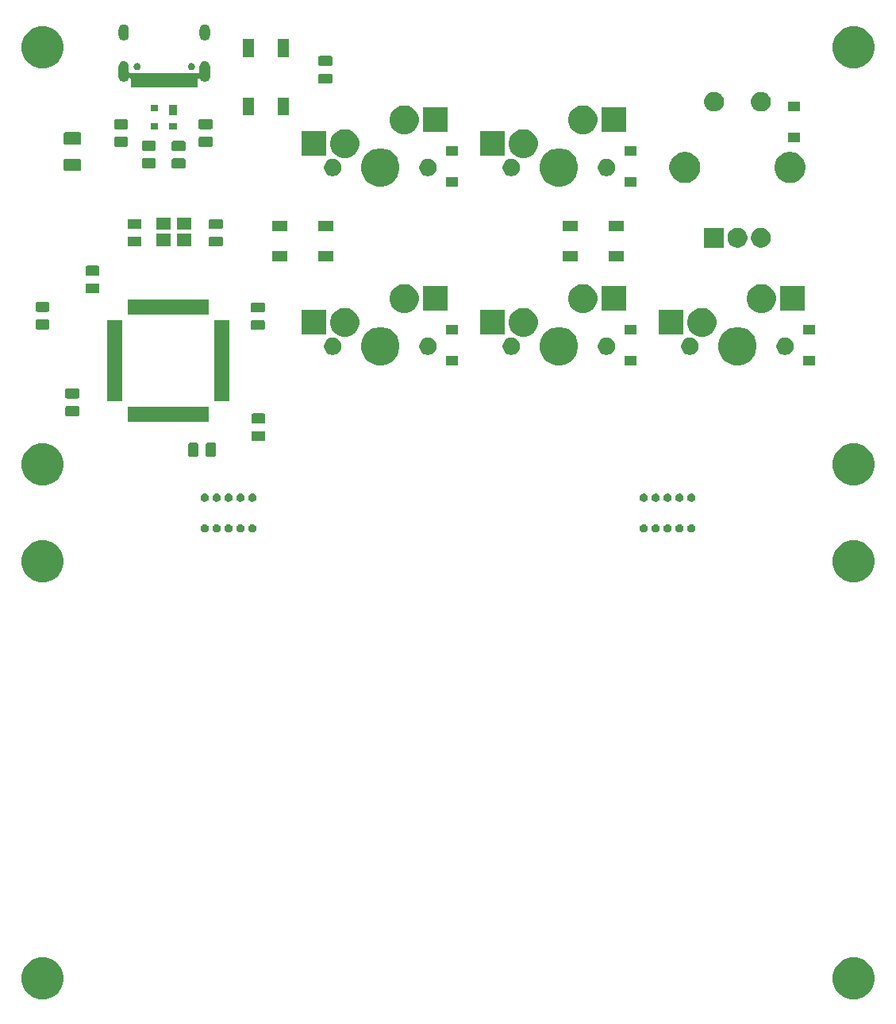
<source format=gbs>
G04 #@! TF.GenerationSoftware,KiCad,Pcbnew,(5.1.4)-1*
G04 #@! TF.CreationDate,2020-07-31T11:22:47-07:00*
G04 #@! TF.ProjectId,basic_macropad,62617369-635f-46d6-9163-726f7061642e,rev?*
G04 #@! TF.SameCoordinates,Original*
G04 #@! TF.FileFunction,Soldermask,Bot*
G04 #@! TF.FilePolarity,Negative*
%FSLAX46Y46*%
G04 Gerber Fmt 4.6, Leading zero omitted, Abs format (unit mm)*
G04 Created by KiCad (PCBNEW (5.1.4)-1) date 2020-07-31 11:22:47*
%MOMM*%
%LPD*%
G04 APERTURE LIST*
%ADD10C,0.020000*%
G04 APERTURE END LIST*
D10*
G36*
X232844630Y-164447276D02*
G01*
X233225343Y-164523004D01*
X233634999Y-164692689D01*
X234003679Y-164939034D01*
X234317216Y-165252571D01*
X234563561Y-165621251D01*
X234733246Y-166030907D01*
X234819750Y-166465796D01*
X234819750Y-166909204D01*
X234733246Y-167344093D01*
X234563561Y-167753749D01*
X234317216Y-168122429D01*
X234003679Y-168435966D01*
X233634999Y-168682311D01*
X233225343Y-168851996D01*
X232844630Y-168927724D01*
X232790455Y-168938500D01*
X232347045Y-168938500D01*
X232292870Y-168927724D01*
X231912157Y-168851996D01*
X231502501Y-168682311D01*
X231133821Y-168435966D01*
X230820284Y-168122429D01*
X230573939Y-167753749D01*
X230404254Y-167344093D01*
X230317750Y-166909204D01*
X230317750Y-166465796D01*
X230404254Y-166030907D01*
X230573939Y-165621251D01*
X230820284Y-165252571D01*
X231133821Y-164939034D01*
X231502501Y-164692689D01*
X231912157Y-164523004D01*
X232292870Y-164447276D01*
X232347045Y-164436500D01*
X232790455Y-164436500D01*
X232844630Y-164447276D01*
X232844630Y-164447276D01*
G37*
G36*
X146325880Y-164447276D02*
G01*
X146706593Y-164523004D01*
X147116249Y-164692689D01*
X147484929Y-164939034D01*
X147798466Y-165252571D01*
X148044811Y-165621251D01*
X148214496Y-166030907D01*
X148301000Y-166465796D01*
X148301000Y-166909204D01*
X148214496Y-167344093D01*
X148044811Y-167753749D01*
X147798466Y-168122429D01*
X147484929Y-168435966D01*
X147116249Y-168682311D01*
X146706593Y-168851996D01*
X146325880Y-168927724D01*
X146271705Y-168938500D01*
X145828295Y-168938500D01*
X145774120Y-168927724D01*
X145393407Y-168851996D01*
X144983751Y-168682311D01*
X144615071Y-168435966D01*
X144301534Y-168122429D01*
X144055189Y-167753749D01*
X143885504Y-167344093D01*
X143799000Y-166909204D01*
X143799000Y-166465796D01*
X143885504Y-166030907D01*
X144055189Y-165621251D01*
X144301534Y-165252571D01*
X144615071Y-164939034D01*
X144983751Y-164692689D01*
X145393407Y-164523004D01*
X145774120Y-164447276D01*
X145828295Y-164436500D01*
X146271705Y-164436500D01*
X146325880Y-164447276D01*
X146325880Y-164447276D01*
G37*
G36*
X232844630Y-119997276D02*
G01*
X233225343Y-120073004D01*
X233634999Y-120242689D01*
X234003679Y-120489034D01*
X234317216Y-120802571D01*
X234563561Y-121171251D01*
X234733246Y-121580907D01*
X234819750Y-122015796D01*
X234819750Y-122459204D01*
X234733246Y-122894093D01*
X234563561Y-123303749D01*
X234317216Y-123672429D01*
X234003679Y-123985966D01*
X233634999Y-124232311D01*
X233225343Y-124401996D01*
X232844630Y-124477724D01*
X232790455Y-124488500D01*
X232347045Y-124488500D01*
X232292870Y-124477724D01*
X231912157Y-124401996D01*
X231502501Y-124232311D01*
X231133821Y-123985966D01*
X230820284Y-123672429D01*
X230573939Y-123303749D01*
X230404254Y-122894093D01*
X230317750Y-122459204D01*
X230317750Y-122015796D01*
X230404254Y-121580907D01*
X230573939Y-121171251D01*
X230820284Y-120802571D01*
X231133821Y-120489034D01*
X231502501Y-120242689D01*
X231912157Y-120073004D01*
X232292870Y-119997276D01*
X232347045Y-119986500D01*
X232790455Y-119986500D01*
X232844630Y-119997276D01*
X232844630Y-119997276D01*
G37*
G36*
X146325880Y-119997276D02*
G01*
X146706593Y-120073004D01*
X147116249Y-120242689D01*
X147484929Y-120489034D01*
X147798466Y-120802571D01*
X148044811Y-121171251D01*
X148214496Y-121580907D01*
X148301000Y-122015796D01*
X148301000Y-122459204D01*
X148214496Y-122894093D01*
X148044811Y-123303749D01*
X147798466Y-123672429D01*
X147484929Y-123985966D01*
X147116249Y-124232311D01*
X146706593Y-124401996D01*
X146325880Y-124477724D01*
X146271705Y-124488500D01*
X145828295Y-124488500D01*
X145774120Y-124477724D01*
X145393407Y-124401996D01*
X144983751Y-124232311D01*
X144615071Y-123985966D01*
X144301534Y-123672429D01*
X144055189Y-123303749D01*
X143885504Y-122894093D01*
X143799000Y-122459204D01*
X143799000Y-122015796D01*
X143885504Y-121580907D01*
X144055189Y-121171251D01*
X144301534Y-120802571D01*
X144615071Y-120489034D01*
X144983751Y-120242689D01*
X145393407Y-120073004D01*
X145774120Y-119997276D01*
X145828295Y-119986500D01*
X146271705Y-119986500D01*
X146325880Y-119997276D01*
X146325880Y-119997276D01*
G37*
G36*
X168557114Y-118285639D02*
G01*
X168638045Y-118319162D01*
X168710880Y-118367829D01*
X168772821Y-118429770D01*
X168821488Y-118502605D01*
X168855011Y-118583536D01*
X168872100Y-118669451D01*
X168872100Y-118757049D01*
X168855011Y-118842964D01*
X168821488Y-118923895D01*
X168772821Y-118996730D01*
X168710880Y-119058671D01*
X168638045Y-119107338D01*
X168638044Y-119107339D01*
X168638043Y-119107339D01*
X168557114Y-119140861D01*
X168471201Y-119157950D01*
X168383599Y-119157950D01*
X168297686Y-119140861D01*
X168216757Y-119107339D01*
X168216756Y-119107339D01*
X168216755Y-119107338D01*
X168143920Y-119058671D01*
X168081979Y-118996730D01*
X168033312Y-118923895D01*
X167999789Y-118842964D01*
X167982700Y-118757049D01*
X167982700Y-118669451D01*
X167999789Y-118583536D01*
X168033312Y-118502605D01*
X168081979Y-118429770D01*
X168143920Y-118367829D01*
X168216755Y-118319162D01*
X168297686Y-118285639D01*
X168383599Y-118268550D01*
X168471201Y-118268550D01*
X168557114Y-118285639D01*
X168557114Y-118285639D01*
G37*
G36*
X167287114Y-118285639D02*
G01*
X167368045Y-118319162D01*
X167440880Y-118367829D01*
X167502821Y-118429770D01*
X167551488Y-118502605D01*
X167585011Y-118583536D01*
X167602100Y-118669451D01*
X167602100Y-118757049D01*
X167585011Y-118842964D01*
X167551488Y-118923895D01*
X167502821Y-118996730D01*
X167440880Y-119058671D01*
X167368045Y-119107338D01*
X167368044Y-119107339D01*
X167368043Y-119107339D01*
X167287114Y-119140861D01*
X167201201Y-119157950D01*
X167113599Y-119157950D01*
X167027686Y-119140861D01*
X166946757Y-119107339D01*
X166946756Y-119107339D01*
X166946755Y-119107338D01*
X166873920Y-119058671D01*
X166811979Y-118996730D01*
X166763312Y-118923895D01*
X166729789Y-118842964D01*
X166712700Y-118757049D01*
X166712700Y-118669451D01*
X166729789Y-118583536D01*
X166763312Y-118502605D01*
X166811979Y-118429770D01*
X166873920Y-118367829D01*
X166946755Y-118319162D01*
X167027686Y-118285639D01*
X167113599Y-118268550D01*
X167201201Y-118268550D01*
X167287114Y-118285639D01*
X167287114Y-118285639D01*
G37*
G36*
X166017114Y-118285639D02*
G01*
X166098045Y-118319162D01*
X166170880Y-118367829D01*
X166232821Y-118429770D01*
X166281488Y-118502605D01*
X166315011Y-118583536D01*
X166332100Y-118669451D01*
X166332100Y-118757049D01*
X166315011Y-118842964D01*
X166281488Y-118923895D01*
X166232821Y-118996730D01*
X166170880Y-119058671D01*
X166098045Y-119107338D01*
X166098044Y-119107339D01*
X166098043Y-119107339D01*
X166017114Y-119140861D01*
X165931201Y-119157950D01*
X165843599Y-119157950D01*
X165757686Y-119140861D01*
X165676757Y-119107339D01*
X165676756Y-119107339D01*
X165676755Y-119107338D01*
X165603920Y-119058671D01*
X165541979Y-118996730D01*
X165493312Y-118923895D01*
X165459789Y-118842964D01*
X165442700Y-118757049D01*
X165442700Y-118669451D01*
X165459789Y-118583536D01*
X165493312Y-118502605D01*
X165541979Y-118429770D01*
X165603920Y-118367829D01*
X165676755Y-118319162D01*
X165757686Y-118285639D01*
X165843599Y-118268550D01*
X165931201Y-118268550D01*
X166017114Y-118285639D01*
X166017114Y-118285639D01*
G37*
G36*
X164747114Y-118285639D02*
G01*
X164828045Y-118319162D01*
X164900880Y-118367829D01*
X164962821Y-118429770D01*
X165011488Y-118502605D01*
X165045011Y-118583536D01*
X165062100Y-118669451D01*
X165062100Y-118757049D01*
X165045011Y-118842964D01*
X165011488Y-118923895D01*
X164962821Y-118996730D01*
X164900880Y-119058671D01*
X164828045Y-119107338D01*
X164828044Y-119107339D01*
X164828043Y-119107339D01*
X164747114Y-119140861D01*
X164661201Y-119157950D01*
X164573599Y-119157950D01*
X164487686Y-119140861D01*
X164406757Y-119107339D01*
X164406756Y-119107339D01*
X164406755Y-119107338D01*
X164333920Y-119058671D01*
X164271979Y-118996730D01*
X164223312Y-118923895D01*
X164189789Y-118842964D01*
X164172700Y-118757049D01*
X164172700Y-118669451D01*
X164189789Y-118583536D01*
X164223312Y-118502605D01*
X164271979Y-118429770D01*
X164333920Y-118367829D01*
X164406755Y-118319162D01*
X164487686Y-118285639D01*
X164573599Y-118268550D01*
X164661201Y-118268550D01*
X164747114Y-118285639D01*
X164747114Y-118285639D01*
G37*
G36*
X163477114Y-118285639D02*
G01*
X163558045Y-118319162D01*
X163630880Y-118367829D01*
X163692821Y-118429770D01*
X163741488Y-118502605D01*
X163775011Y-118583536D01*
X163792100Y-118669451D01*
X163792100Y-118757049D01*
X163775011Y-118842964D01*
X163741488Y-118923895D01*
X163692821Y-118996730D01*
X163630880Y-119058671D01*
X163558045Y-119107338D01*
X163558044Y-119107339D01*
X163558043Y-119107339D01*
X163477114Y-119140861D01*
X163391201Y-119157950D01*
X163303599Y-119157950D01*
X163217686Y-119140861D01*
X163136757Y-119107339D01*
X163136756Y-119107339D01*
X163136755Y-119107338D01*
X163063920Y-119058671D01*
X163001979Y-118996730D01*
X162953312Y-118923895D01*
X162919789Y-118842964D01*
X162902700Y-118757049D01*
X162902700Y-118669451D01*
X162919789Y-118583536D01*
X162953312Y-118502605D01*
X163001979Y-118429770D01*
X163063920Y-118367829D01*
X163136755Y-118319162D01*
X163217686Y-118285639D01*
X163303599Y-118268550D01*
X163391201Y-118268550D01*
X163477114Y-118285639D01*
X163477114Y-118285639D01*
G37*
G36*
X210308364Y-118285639D02*
G01*
X210389295Y-118319162D01*
X210462130Y-118367829D01*
X210524071Y-118429770D01*
X210572738Y-118502605D01*
X210606261Y-118583536D01*
X210623350Y-118669451D01*
X210623350Y-118757049D01*
X210606261Y-118842964D01*
X210572738Y-118923895D01*
X210524071Y-118996730D01*
X210462130Y-119058671D01*
X210389295Y-119107338D01*
X210389294Y-119107339D01*
X210389293Y-119107339D01*
X210308364Y-119140861D01*
X210222451Y-119157950D01*
X210134849Y-119157950D01*
X210048936Y-119140861D01*
X209968007Y-119107339D01*
X209968006Y-119107339D01*
X209968005Y-119107338D01*
X209895170Y-119058671D01*
X209833229Y-118996730D01*
X209784562Y-118923895D01*
X209751039Y-118842964D01*
X209733950Y-118757049D01*
X209733950Y-118669451D01*
X209751039Y-118583536D01*
X209784562Y-118502605D01*
X209833229Y-118429770D01*
X209895170Y-118367829D01*
X209968005Y-118319162D01*
X210048936Y-118285639D01*
X210134849Y-118268550D01*
X210222451Y-118268550D01*
X210308364Y-118285639D01*
X210308364Y-118285639D01*
G37*
G36*
X211578364Y-118285639D02*
G01*
X211659295Y-118319162D01*
X211732130Y-118367829D01*
X211794071Y-118429770D01*
X211842738Y-118502605D01*
X211876261Y-118583536D01*
X211893350Y-118669451D01*
X211893350Y-118757049D01*
X211876261Y-118842964D01*
X211842738Y-118923895D01*
X211794071Y-118996730D01*
X211732130Y-119058671D01*
X211659295Y-119107338D01*
X211659294Y-119107339D01*
X211659293Y-119107339D01*
X211578364Y-119140861D01*
X211492451Y-119157950D01*
X211404849Y-119157950D01*
X211318936Y-119140861D01*
X211238007Y-119107339D01*
X211238006Y-119107339D01*
X211238005Y-119107338D01*
X211165170Y-119058671D01*
X211103229Y-118996730D01*
X211054562Y-118923895D01*
X211021039Y-118842964D01*
X211003950Y-118757049D01*
X211003950Y-118669451D01*
X211021039Y-118583536D01*
X211054562Y-118502605D01*
X211103229Y-118429770D01*
X211165170Y-118367829D01*
X211238005Y-118319162D01*
X211318936Y-118285639D01*
X211404849Y-118268550D01*
X211492451Y-118268550D01*
X211578364Y-118285639D01*
X211578364Y-118285639D01*
G37*
G36*
X214118364Y-118285639D02*
G01*
X214199295Y-118319162D01*
X214272130Y-118367829D01*
X214334071Y-118429770D01*
X214382738Y-118502605D01*
X214416261Y-118583536D01*
X214433350Y-118669451D01*
X214433350Y-118757049D01*
X214416261Y-118842964D01*
X214382738Y-118923895D01*
X214334071Y-118996730D01*
X214272130Y-119058671D01*
X214199295Y-119107338D01*
X214199294Y-119107339D01*
X214199293Y-119107339D01*
X214118364Y-119140861D01*
X214032451Y-119157950D01*
X213944849Y-119157950D01*
X213858936Y-119140861D01*
X213778007Y-119107339D01*
X213778006Y-119107339D01*
X213778005Y-119107338D01*
X213705170Y-119058671D01*
X213643229Y-118996730D01*
X213594562Y-118923895D01*
X213561039Y-118842964D01*
X213543950Y-118757049D01*
X213543950Y-118669451D01*
X213561039Y-118583536D01*
X213594562Y-118502605D01*
X213643229Y-118429770D01*
X213705170Y-118367829D01*
X213778005Y-118319162D01*
X213858936Y-118285639D01*
X213944849Y-118268550D01*
X214032451Y-118268550D01*
X214118364Y-118285639D01*
X214118364Y-118285639D01*
G37*
G36*
X212848364Y-118285639D02*
G01*
X212929295Y-118319162D01*
X213002130Y-118367829D01*
X213064071Y-118429770D01*
X213112738Y-118502605D01*
X213146261Y-118583536D01*
X213163350Y-118669451D01*
X213163350Y-118757049D01*
X213146261Y-118842964D01*
X213112738Y-118923895D01*
X213064071Y-118996730D01*
X213002130Y-119058671D01*
X212929295Y-119107338D01*
X212929294Y-119107339D01*
X212929293Y-119107339D01*
X212848364Y-119140861D01*
X212762451Y-119157950D01*
X212674849Y-119157950D01*
X212588936Y-119140861D01*
X212508007Y-119107339D01*
X212508006Y-119107339D01*
X212508005Y-119107338D01*
X212435170Y-119058671D01*
X212373229Y-118996730D01*
X212324562Y-118923895D01*
X212291039Y-118842964D01*
X212273950Y-118757049D01*
X212273950Y-118669451D01*
X212291039Y-118583536D01*
X212324562Y-118502605D01*
X212373229Y-118429770D01*
X212435170Y-118367829D01*
X212508005Y-118319162D01*
X212588936Y-118285639D01*
X212674849Y-118268550D01*
X212762451Y-118268550D01*
X212848364Y-118285639D01*
X212848364Y-118285639D01*
G37*
G36*
X215388364Y-118285639D02*
G01*
X215469295Y-118319162D01*
X215542130Y-118367829D01*
X215604071Y-118429770D01*
X215652738Y-118502605D01*
X215686261Y-118583536D01*
X215703350Y-118669451D01*
X215703350Y-118757049D01*
X215686261Y-118842964D01*
X215652738Y-118923895D01*
X215604071Y-118996730D01*
X215542130Y-119058671D01*
X215469295Y-119107338D01*
X215469294Y-119107339D01*
X215469293Y-119107339D01*
X215388364Y-119140861D01*
X215302451Y-119157950D01*
X215214849Y-119157950D01*
X215128936Y-119140861D01*
X215048007Y-119107339D01*
X215048006Y-119107339D01*
X215048005Y-119107338D01*
X214975170Y-119058671D01*
X214913229Y-118996730D01*
X214864562Y-118923895D01*
X214831039Y-118842964D01*
X214813950Y-118757049D01*
X214813950Y-118669451D01*
X214831039Y-118583536D01*
X214864562Y-118502605D01*
X214913229Y-118429770D01*
X214975170Y-118367829D01*
X215048005Y-118319162D01*
X215128936Y-118285639D01*
X215214849Y-118268550D01*
X215302451Y-118268550D01*
X215388364Y-118285639D01*
X215388364Y-118285639D01*
G37*
G36*
X168563464Y-115015389D02*
G01*
X168644395Y-115048912D01*
X168717230Y-115097579D01*
X168779171Y-115159520D01*
X168827838Y-115232355D01*
X168861361Y-115313286D01*
X168878450Y-115399201D01*
X168878450Y-115486799D01*
X168861361Y-115572714D01*
X168827838Y-115653645D01*
X168779171Y-115726480D01*
X168717230Y-115788421D01*
X168644395Y-115837088D01*
X168644394Y-115837089D01*
X168644393Y-115837089D01*
X168563464Y-115870611D01*
X168477551Y-115887700D01*
X168389949Y-115887700D01*
X168304036Y-115870611D01*
X168223107Y-115837089D01*
X168223106Y-115837089D01*
X168223105Y-115837088D01*
X168150270Y-115788421D01*
X168088329Y-115726480D01*
X168039662Y-115653645D01*
X168006139Y-115572714D01*
X167989050Y-115486799D01*
X167989050Y-115399201D01*
X168006139Y-115313286D01*
X168039662Y-115232355D01*
X168088329Y-115159520D01*
X168150270Y-115097579D01*
X168223105Y-115048912D01*
X168304036Y-115015389D01*
X168389949Y-114998300D01*
X168477551Y-114998300D01*
X168563464Y-115015389D01*
X168563464Y-115015389D01*
G37*
G36*
X166023464Y-115015389D02*
G01*
X166104395Y-115048912D01*
X166177230Y-115097579D01*
X166239171Y-115159520D01*
X166287838Y-115232355D01*
X166321361Y-115313286D01*
X166338450Y-115399201D01*
X166338450Y-115486799D01*
X166321361Y-115572714D01*
X166287838Y-115653645D01*
X166239171Y-115726480D01*
X166177230Y-115788421D01*
X166104395Y-115837088D01*
X166104394Y-115837089D01*
X166104393Y-115837089D01*
X166023464Y-115870611D01*
X165937551Y-115887700D01*
X165849949Y-115887700D01*
X165764036Y-115870611D01*
X165683107Y-115837089D01*
X165683106Y-115837089D01*
X165683105Y-115837088D01*
X165610270Y-115788421D01*
X165548329Y-115726480D01*
X165499662Y-115653645D01*
X165466139Y-115572714D01*
X165449050Y-115486799D01*
X165449050Y-115399201D01*
X165466139Y-115313286D01*
X165499662Y-115232355D01*
X165548329Y-115159520D01*
X165610270Y-115097579D01*
X165683105Y-115048912D01*
X165764036Y-115015389D01*
X165849949Y-114998300D01*
X165937551Y-114998300D01*
X166023464Y-115015389D01*
X166023464Y-115015389D01*
G37*
G36*
X163483464Y-115015389D02*
G01*
X163564395Y-115048912D01*
X163637230Y-115097579D01*
X163699171Y-115159520D01*
X163747838Y-115232355D01*
X163781361Y-115313286D01*
X163798450Y-115399201D01*
X163798450Y-115486799D01*
X163781361Y-115572714D01*
X163747838Y-115653645D01*
X163699171Y-115726480D01*
X163637230Y-115788421D01*
X163564395Y-115837088D01*
X163564394Y-115837089D01*
X163564393Y-115837089D01*
X163483464Y-115870611D01*
X163397551Y-115887700D01*
X163309949Y-115887700D01*
X163224036Y-115870611D01*
X163143107Y-115837089D01*
X163143106Y-115837089D01*
X163143105Y-115837088D01*
X163070270Y-115788421D01*
X163008329Y-115726480D01*
X162959662Y-115653645D01*
X162926139Y-115572714D01*
X162909050Y-115486799D01*
X162909050Y-115399201D01*
X162926139Y-115313286D01*
X162959662Y-115232355D01*
X163008329Y-115159520D01*
X163070270Y-115097579D01*
X163143105Y-115048912D01*
X163224036Y-115015389D01*
X163309949Y-114998300D01*
X163397551Y-114998300D01*
X163483464Y-115015389D01*
X163483464Y-115015389D01*
G37*
G36*
X167293464Y-115015389D02*
G01*
X167374395Y-115048912D01*
X167447230Y-115097579D01*
X167509171Y-115159520D01*
X167557838Y-115232355D01*
X167591361Y-115313286D01*
X167608450Y-115399201D01*
X167608450Y-115486799D01*
X167591361Y-115572714D01*
X167557838Y-115653645D01*
X167509171Y-115726480D01*
X167447230Y-115788421D01*
X167374395Y-115837088D01*
X167374394Y-115837089D01*
X167374393Y-115837089D01*
X167293464Y-115870611D01*
X167207551Y-115887700D01*
X167119949Y-115887700D01*
X167034036Y-115870611D01*
X166953107Y-115837089D01*
X166953106Y-115837089D01*
X166953105Y-115837088D01*
X166880270Y-115788421D01*
X166818329Y-115726480D01*
X166769662Y-115653645D01*
X166736139Y-115572714D01*
X166719050Y-115486799D01*
X166719050Y-115399201D01*
X166736139Y-115313286D01*
X166769662Y-115232355D01*
X166818329Y-115159520D01*
X166880270Y-115097579D01*
X166953105Y-115048912D01*
X167034036Y-115015389D01*
X167119949Y-114998300D01*
X167207551Y-114998300D01*
X167293464Y-115015389D01*
X167293464Y-115015389D01*
G37*
G36*
X215394714Y-115015389D02*
G01*
X215475645Y-115048912D01*
X215548480Y-115097579D01*
X215610421Y-115159520D01*
X215659088Y-115232355D01*
X215692611Y-115313286D01*
X215709700Y-115399201D01*
X215709700Y-115486799D01*
X215692611Y-115572714D01*
X215659088Y-115653645D01*
X215610421Y-115726480D01*
X215548480Y-115788421D01*
X215475645Y-115837088D01*
X215475644Y-115837089D01*
X215475643Y-115837089D01*
X215394714Y-115870611D01*
X215308801Y-115887700D01*
X215221199Y-115887700D01*
X215135286Y-115870611D01*
X215054357Y-115837089D01*
X215054356Y-115837089D01*
X215054355Y-115837088D01*
X214981520Y-115788421D01*
X214919579Y-115726480D01*
X214870912Y-115653645D01*
X214837389Y-115572714D01*
X214820300Y-115486799D01*
X214820300Y-115399201D01*
X214837389Y-115313286D01*
X214870912Y-115232355D01*
X214919579Y-115159520D01*
X214981520Y-115097579D01*
X215054355Y-115048912D01*
X215135286Y-115015389D01*
X215221199Y-114998300D01*
X215308801Y-114998300D01*
X215394714Y-115015389D01*
X215394714Y-115015389D01*
G37*
G36*
X210314714Y-115015389D02*
G01*
X210395645Y-115048912D01*
X210468480Y-115097579D01*
X210530421Y-115159520D01*
X210579088Y-115232355D01*
X210612611Y-115313286D01*
X210629700Y-115399201D01*
X210629700Y-115486799D01*
X210612611Y-115572714D01*
X210579088Y-115653645D01*
X210530421Y-115726480D01*
X210468480Y-115788421D01*
X210395645Y-115837088D01*
X210395644Y-115837089D01*
X210395643Y-115837089D01*
X210314714Y-115870611D01*
X210228801Y-115887700D01*
X210141199Y-115887700D01*
X210055286Y-115870611D01*
X209974357Y-115837089D01*
X209974356Y-115837089D01*
X209974355Y-115837088D01*
X209901520Y-115788421D01*
X209839579Y-115726480D01*
X209790912Y-115653645D01*
X209757389Y-115572714D01*
X209740300Y-115486799D01*
X209740300Y-115399201D01*
X209757389Y-115313286D01*
X209790912Y-115232355D01*
X209839579Y-115159520D01*
X209901520Y-115097579D01*
X209974355Y-115048912D01*
X210055286Y-115015389D01*
X210141199Y-114998300D01*
X210228801Y-114998300D01*
X210314714Y-115015389D01*
X210314714Y-115015389D01*
G37*
G36*
X211584714Y-115015389D02*
G01*
X211665645Y-115048912D01*
X211738480Y-115097579D01*
X211800421Y-115159520D01*
X211849088Y-115232355D01*
X211882611Y-115313286D01*
X211899700Y-115399201D01*
X211899700Y-115486799D01*
X211882611Y-115572714D01*
X211849088Y-115653645D01*
X211800421Y-115726480D01*
X211738480Y-115788421D01*
X211665645Y-115837088D01*
X211665644Y-115837089D01*
X211665643Y-115837089D01*
X211584714Y-115870611D01*
X211498801Y-115887700D01*
X211411199Y-115887700D01*
X211325286Y-115870611D01*
X211244357Y-115837089D01*
X211244356Y-115837089D01*
X211244355Y-115837088D01*
X211171520Y-115788421D01*
X211109579Y-115726480D01*
X211060912Y-115653645D01*
X211027389Y-115572714D01*
X211010300Y-115486799D01*
X211010300Y-115399201D01*
X211027389Y-115313286D01*
X211060912Y-115232355D01*
X211109579Y-115159520D01*
X211171520Y-115097579D01*
X211244355Y-115048912D01*
X211325286Y-115015389D01*
X211411199Y-114998300D01*
X211498801Y-114998300D01*
X211584714Y-115015389D01*
X211584714Y-115015389D01*
G37*
G36*
X212854714Y-115015389D02*
G01*
X212935645Y-115048912D01*
X213008480Y-115097579D01*
X213070421Y-115159520D01*
X213119088Y-115232355D01*
X213152611Y-115313286D01*
X213169700Y-115399201D01*
X213169700Y-115486799D01*
X213152611Y-115572714D01*
X213119088Y-115653645D01*
X213070421Y-115726480D01*
X213008480Y-115788421D01*
X212935645Y-115837088D01*
X212935644Y-115837089D01*
X212935643Y-115837089D01*
X212854714Y-115870611D01*
X212768801Y-115887700D01*
X212681199Y-115887700D01*
X212595286Y-115870611D01*
X212514357Y-115837089D01*
X212514356Y-115837089D01*
X212514355Y-115837088D01*
X212441520Y-115788421D01*
X212379579Y-115726480D01*
X212330912Y-115653645D01*
X212297389Y-115572714D01*
X212280300Y-115486799D01*
X212280300Y-115399201D01*
X212297389Y-115313286D01*
X212330912Y-115232355D01*
X212379579Y-115159520D01*
X212441520Y-115097579D01*
X212514355Y-115048912D01*
X212595286Y-115015389D01*
X212681199Y-114998300D01*
X212768801Y-114998300D01*
X212854714Y-115015389D01*
X212854714Y-115015389D01*
G37*
G36*
X164753464Y-115015389D02*
G01*
X164834395Y-115048912D01*
X164907230Y-115097579D01*
X164969171Y-115159520D01*
X165017838Y-115232355D01*
X165051361Y-115313286D01*
X165068450Y-115399201D01*
X165068450Y-115486799D01*
X165051361Y-115572714D01*
X165017838Y-115653645D01*
X164969171Y-115726480D01*
X164907230Y-115788421D01*
X164834395Y-115837088D01*
X164834394Y-115837089D01*
X164834393Y-115837089D01*
X164753464Y-115870611D01*
X164667551Y-115887700D01*
X164579949Y-115887700D01*
X164494036Y-115870611D01*
X164413107Y-115837089D01*
X164413106Y-115837089D01*
X164413105Y-115837088D01*
X164340270Y-115788421D01*
X164278329Y-115726480D01*
X164229662Y-115653645D01*
X164196139Y-115572714D01*
X164179050Y-115486799D01*
X164179050Y-115399201D01*
X164196139Y-115313286D01*
X164229662Y-115232355D01*
X164278329Y-115159520D01*
X164340270Y-115097579D01*
X164413105Y-115048912D01*
X164494036Y-115015389D01*
X164579949Y-114998300D01*
X164667551Y-114998300D01*
X164753464Y-115015389D01*
X164753464Y-115015389D01*
G37*
G36*
X214124714Y-115015389D02*
G01*
X214205645Y-115048912D01*
X214278480Y-115097579D01*
X214340421Y-115159520D01*
X214389088Y-115232355D01*
X214422611Y-115313286D01*
X214439700Y-115399201D01*
X214439700Y-115486799D01*
X214422611Y-115572714D01*
X214389088Y-115653645D01*
X214340421Y-115726480D01*
X214278480Y-115788421D01*
X214205645Y-115837088D01*
X214205644Y-115837089D01*
X214205643Y-115837089D01*
X214124714Y-115870611D01*
X214038801Y-115887700D01*
X213951199Y-115887700D01*
X213865286Y-115870611D01*
X213784357Y-115837089D01*
X213784356Y-115837089D01*
X213784355Y-115837088D01*
X213711520Y-115788421D01*
X213649579Y-115726480D01*
X213600912Y-115653645D01*
X213567389Y-115572714D01*
X213550300Y-115486799D01*
X213550300Y-115399201D01*
X213567389Y-115313286D01*
X213600912Y-115232355D01*
X213649579Y-115159520D01*
X213711520Y-115097579D01*
X213784355Y-115048912D01*
X213865286Y-115015389D01*
X213951199Y-114998300D01*
X214038801Y-114998300D01*
X214124714Y-115015389D01*
X214124714Y-115015389D01*
G37*
G36*
X232844630Y-109678526D02*
G01*
X233225343Y-109754254D01*
X233634999Y-109923939D01*
X234003679Y-110170284D01*
X234317216Y-110483821D01*
X234563561Y-110852501D01*
X234733246Y-111262157D01*
X234819750Y-111697046D01*
X234819750Y-112140454D01*
X234733246Y-112575343D01*
X234563561Y-112984999D01*
X234317216Y-113353679D01*
X234003679Y-113667216D01*
X233634999Y-113913561D01*
X233225343Y-114083246D01*
X232844630Y-114158974D01*
X232790455Y-114169750D01*
X232347045Y-114169750D01*
X232292870Y-114158974D01*
X231912157Y-114083246D01*
X231502501Y-113913561D01*
X231133821Y-113667216D01*
X230820284Y-113353679D01*
X230573939Y-112984999D01*
X230404254Y-112575343D01*
X230317750Y-112140454D01*
X230317750Y-111697046D01*
X230404254Y-111262157D01*
X230573939Y-110852501D01*
X230820284Y-110483821D01*
X231133821Y-110170284D01*
X231502501Y-109923939D01*
X231912157Y-109754254D01*
X232292870Y-109678526D01*
X232347045Y-109667750D01*
X232790455Y-109667750D01*
X232844630Y-109678526D01*
X232844630Y-109678526D01*
G37*
G36*
X146325880Y-109678526D02*
G01*
X146706593Y-109754254D01*
X147116249Y-109923939D01*
X147484929Y-110170284D01*
X147798466Y-110483821D01*
X148044811Y-110852501D01*
X148214496Y-111262157D01*
X148301000Y-111697046D01*
X148301000Y-112140454D01*
X148214496Y-112575343D01*
X148044811Y-112984999D01*
X147798466Y-113353679D01*
X147484929Y-113667216D01*
X147116249Y-113913561D01*
X146706593Y-114083246D01*
X146325880Y-114158974D01*
X146271705Y-114169750D01*
X145828295Y-114169750D01*
X145774120Y-114158974D01*
X145393407Y-114083246D01*
X144983751Y-113913561D01*
X144615071Y-113667216D01*
X144301534Y-113353679D01*
X144055189Y-112984999D01*
X143885504Y-112575343D01*
X143799000Y-112140454D01*
X143799000Y-111697046D01*
X143885504Y-111262157D01*
X144055189Y-110852501D01*
X144301534Y-110483821D01*
X144615071Y-110170284D01*
X144983751Y-109923939D01*
X145393407Y-109754254D01*
X145774120Y-109678526D01*
X145828295Y-109667750D01*
X146271705Y-109667750D01*
X146325880Y-109678526D01*
X146325880Y-109678526D01*
G37*
G36*
X162502468Y-109584815D02*
G01*
X162541138Y-109596546D01*
X162576777Y-109615596D01*
X162608017Y-109641233D01*
X162633654Y-109672473D01*
X162652704Y-109708112D01*
X162664435Y-109746782D01*
X162669000Y-109793138D01*
X162669000Y-110869362D01*
X162664435Y-110915718D01*
X162652704Y-110954388D01*
X162633654Y-110990027D01*
X162608017Y-111021267D01*
X162576777Y-111046904D01*
X162541138Y-111065954D01*
X162502468Y-111077685D01*
X162456112Y-111082250D01*
X161804888Y-111082250D01*
X161758532Y-111077685D01*
X161719862Y-111065954D01*
X161684223Y-111046904D01*
X161652983Y-111021267D01*
X161627346Y-110990027D01*
X161608296Y-110954388D01*
X161596565Y-110915718D01*
X161592000Y-110869362D01*
X161592000Y-109793138D01*
X161596565Y-109746782D01*
X161608296Y-109708112D01*
X161627346Y-109672473D01*
X161652983Y-109641233D01*
X161684223Y-109615596D01*
X161719862Y-109596546D01*
X161758532Y-109584815D01*
X161804888Y-109580250D01*
X162456112Y-109580250D01*
X162502468Y-109584815D01*
X162502468Y-109584815D01*
G37*
G36*
X164377468Y-109584815D02*
G01*
X164416138Y-109596546D01*
X164451777Y-109615596D01*
X164483017Y-109641233D01*
X164508654Y-109672473D01*
X164527704Y-109708112D01*
X164539435Y-109746782D01*
X164544000Y-109793138D01*
X164544000Y-110869362D01*
X164539435Y-110915718D01*
X164527704Y-110954388D01*
X164508654Y-110990027D01*
X164483017Y-111021267D01*
X164451777Y-111046904D01*
X164416138Y-111065954D01*
X164377468Y-111077685D01*
X164331112Y-111082250D01*
X163679888Y-111082250D01*
X163633532Y-111077685D01*
X163594862Y-111065954D01*
X163559223Y-111046904D01*
X163527983Y-111021267D01*
X163502346Y-110990027D01*
X163483296Y-110954388D01*
X163471565Y-110915718D01*
X163467000Y-110869362D01*
X163467000Y-109793138D01*
X163471565Y-109746782D01*
X163483296Y-109708112D01*
X163502346Y-109672473D01*
X163527983Y-109641233D01*
X163559223Y-109615596D01*
X163594862Y-109596546D01*
X163633532Y-109584815D01*
X163679888Y-109580250D01*
X164331112Y-109580250D01*
X164377468Y-109584815D01*
X164377468Y-109584815D01*
G37*
G36*
X169653218Y-108353565D02*
G01*
X169691888Y-108365296D01*
X169727527Y-108384346D01*
X169758767Y-108409983D01*
X169784404Y-108441223D01*
X169803454Y-108476862D01*
X169815185Y-108515532D01*
X169819750Y-108561888D01*
X169819750Y-109213112D01*
X169815185Y-109259468D01*
X169803454Y-109298138D01*
X169784404Y-109333777D01*
X169758767Y-109365017D01*
X169727527Y-109390654D01*
X169691888Y-109409704D01*
X169653218Y-109421435D01*
X169606862Y-109426000D01*
X168530638Y-109426000D01*
X168484282Y-109421435D01*
X168445612Y-109409704D01*
X168409973Y-109390654D01*
X168378733Y-109365017D01*
X168353096Y-109333777D01*
X168334046Y-109298138D01*
X168322315Y-109259468D01*
X168317750Y-109213112D01*
X168317750Y-108561888D01*
X168322315Y-108515532D01*
X168334046Y-108476862D01*
X168353096Y-108441223D01*
X168378733Y-108409983D01*
X168409973Y-108384346D01*
X168445612Y-108365296D01*
X168484282Y-108353565D01*
X168530638Y-108349000D01*
X169606862Y-108349000D01*
X169653218Y-108353565D01*
X169653218Y-108353565D01*
G37*
G36*
X169653218Y-106478565D02*
G01*
X169691888Y-106490296D01*
X169727527Y-106509346D01*
X169758767Y-106534983D01*
X169784404Y-106566223D01*
X169803454Y-106601862D01*
X169815185Y-106640532D01*
X169819750Y-106686888D01*
X169819750Y-107338112D01*
X169815185Y-107384468D01*
X169803454Y-107423138D01*
X169784404Y-107458777D01*
X169758767Y-107490017D01*
X169727527Y-107515654D01*
X169691888Y-107534704D01*
X169653218Y-107546435D01*
X169606862Y-107551000D01*
X168530638Y-107551000D01*
X168484282Y-107546435D01*
X168445612Y-107534704D01*
X168409973Y-107515654D01*
X168378733Y-107490017D01*
X168353096Y-107458777D01*
X168334046Y-107423138D01*
X168322315Y-107384468D01*
X168317750Y-107338112D01*
X168317750Y-106686888D01*
X168322315Y-106640532D01*
X168334046Y-106601862D01*
X168353096Y-106566223D01*
X168378733Y-106534983D01*
X168409973Y-106509346D01*
X168445612Y-106490296D01*
X168484282Y-106478565D01*
X168530638Y-106474000D01*
X169606862Y-106474000D01*
X169653218Y-106478565D01*
X169653218Y-106478565D01*
G37*
G36*
X163806250Y-107370750D02*
G01*
X155154250Y-107370750D01*
X155154250Y-105768750D01*
X163806250Y-105768750D01*
X163806250Y-107370750D01*
X163806250Y-107370750D01*
G37*
G36*
X149809468Y-105686565D02*
G01*
X149848138Y-105698296D01*
X149883777Y-105717346D01*
X149915017Y-105742983D01*
X149940654Y-105774223D01*
X149959704Y-105809862D01*
X149971435Y-105848532D01*
X149976000Y-105894888D01*
X149976000Y-106546112D01*
X149971435Y-106592468D01*
X149959704Y-106631138D01*
X149940654Y-106666777D01*
X149915017Y-106698017D01*
X149883777Y-106723654D01*
X149848138Y-106742704D01*
X149809468Y-106754435D01*
X149763112Y-106759000D01*
X148686888Y-106759000D01*
X148640532Y-106754435D01*
X148601862Y-106742704D01*
X148566223Y-106723654D01*
X148534983Y-106698017D01*
X148509346Y-106666777D01*
X148490296Y-106631138D01*
X148478565Y-106592468D01*
X148474000Y-106546112D01*
X148474000Y-105894888D01*
X148478565Y-105848532D01*
X148490296Y-105809862D01*
X148509346Y-105774223D01*
X148534983Y-105742983D01*
X148566223Y-105717346D01*
X148601862Y-105698296D01*
X148640532Y-105686565D01*
X148686888Y-105682000D01*
X149763112Y-105682000D01*
X149809468Y-105686565D01*
X149809468Y-105686565D01*
G37*
G36*
X165981250Y-105195750D02*
G01*
X164379250Y-105195750D01*
X164379250Y-96543750D01*
X165981250Y-96543750D01*
X165981250Y-105195750D01*
X165981250Y-105195750D01*
G37*
G36*
X154581250Y-105195750D02*
G01*
X152979250Y-105195750D01*
X152979250Y-96543750D01*
X154581250Y-96543750D01*
X154581250Y-105195750D01*
X154581250Y-105195750D01*
G37*
G36*
X149809468Y-103811565D02*
G01*
X149848138Y-103823296D01*
X149883777Y-103842346D01*
X149915017Y-103867983D01*
X149940654Y-103899223D01*
X149959704Y-103934862D01*
X149971435Y-103973532D01*
X149976000Y-104019888D01*
X149976000Y-104671112D01*
X149971435Y-104717468D01*
X149959704Y-104756138D01*
X149940654Y-104791777D01*
X149915017Y-104823017D01*
X149883777Y-104848654D01*
X149848138Y-104867704D01*
X149809468Y-104879435D01*
X149763112Y-104884000D01*
X148686888Y-104884000D01*
X148640532Y-104879435D01*
X148601862Y-104867704D01*
X148566223Y-104848654D01*
X148534983Y-104823017D01*
X148509346Y-104791777D01*
X148490296Y-104756138D01*
X148478565Y-104717468D01*
X148474000Y-104671112D01*
X148474000Y-104019888D01*
X148478565Y-103973532D01*
X148490296Y-103934862D01*
X148509346Y-103899223D01*
X148534983Y-103867983D01*
X148566223Y-103842346D01*
X148601862Y-103823296D01*
X148640532Y-103811565D01*
X148686888Y-103807000D01*
X149763112Y-103807000D01*
X149809468Y-103811565D01*
X149809468Y-103811565D01*
G37*
G36*
X190357250Y-101369750D02*
G01*
X189055250Y-101369750D01*
X189055250Y-100367750D01*
X190357250Y-100367750D01*
X190357250Y-101369750D01*
X190357250Y-101369750D01*
G37*
G36*
X228457250Y-101369750D02*
G01*
X227155250Y-101369750D01*
X227155250Y-100367750D01*
X228457250Y-100367750D01*
X228457250Y-101369750D01*
X228457250Y-101369750D01*
G37*
G36*
X209407250Y-101369750D02*
G01*
X208105250Y-101369750D01*
X208105250Y-100367750D01*
X209407250Y-100367750D01*
X209407250Y-101369750D01*
X209407250Y-101369750D01*
G37*
G36*
X182682724Y-97347684D02*
G01*
X182850159Y-97417038D01*
X183054873Y-97501833D01*
X183389798Y-97725623D01*
X183674627Y-98010452D01*
X183898417Y-98345377D01*
X183930812Y-98423586D01*
X184052566Y-98717526D01*
X184131150Y-99112594D01*
X184131150Y-99515406D01*
X184052566Y-99910474D01*
X184001701Y-100033272D01*
X183898417Y-100282623D01*
X183674627Y-100617548D01*
X183389798Y-100902377D01*
X183054873Y-101126167D01*
X182900724Y-101190017D01*
X182682724Y-101280316D01*
X182287656Y-101358900D01*
X181884844Y-101358900D01*
X181489776Y-101280316D01*
X181271776Y-101190017D01*
X181117627Y-101126167D01*
X180782702Y-100902377D01*
X180497873Y-100617548D01*
X180274083Y-100282623D01*
X180170799Y-100033272D01*
X180119934Y-99910474D01*
X180041350Y-99515406D01*
X180041350Y-99112594D01*
X180119934Y-98717526D01*
X180241688Y-98423586D01*
X180274083Y-98345377D01*
X180497873Y-98010452D01*
X180782702Y-97725623D01*
X181117627Y-97501833D01*
X181322341Y-97417038D01*
X181489776Y-97347684D01*
X181884844Y-97269100D01*
X182287656Y-97269100D01*
X182682724Y-97347684D01*
X182682724Y-97347684D01*
G37*
G36*
X220782724Y-97347684D02*
G01*
X220950159Y-97417038D01*
X221154873Y-97501833D01*
X221489798Y-97725623D01*
X221774627Y-98010452D01*
X221998417Y-98345377D01*
X222030812Y-98423586D01*
X222152566Y-98717526D01*
X222231150Y-99112594D01*
X222231150Y-99515406D01*
X222152566Y-99910474D01*
X222101701Y-100033272D01*
X221998417Y-100282623D01*
X221774627Y-100617548D01*
X221489798Y-100902377D01*
X221154873Y-101126167D01*
X221000724Y-101190017D01*
X220782724Y-101280316D01*
X220387656Y-101358900D01*
X219984844Y-101358900D01*
X219589776Y-101280316D01*
X219371776Y-101190017D01*
X219217627Y-101126167D01*
X218882702Y-100902377D01*
X218597873Y-100617548D01*
X218374083Y-100282623D01*
X218270799Y-100033272D01*
X218219934Y-99910474D01*
X218141350Y-99515406D01*
X218141350Y-99112594D01*
X218219934Y-98717526D01*
X218341688Y-98423586D01*
X218374083Y-98345377D01*
X218597873Y-98010452D01*
X218882702Y-97725623D01*
X219217627Y-97501833D01*
X219422341Y-97417038D01*
X219589776Y-97347684D01*
X219984844Y-97269100D01*
X220387656Y-97269100D01*
X220782724Y-97347684D01*
X220782724Y-97347684D01*
G37*
G36*
X201732724Y-97347684D02*
G01*
X201900159Y-97417038D01*
X202104873Y-97501833D01*
X202439798Y-97725623D01*
X202724627Y-98010452D01*
X202948417Y-98345377D01*
X202980812Y-98423586D01*
X203102566Y-98717526D01*
X203181150Y-99112594D01*
X203181150Y-99515406D01*
X203102566Y-99910474D01*
X203051701Y-100033272D01*
X202948417Y-100282623D01*
X202724627Y-100617548D01*
X202439798Y-100902377D01*
X202104873Y-101126167D01*
X201950724Y-101190017D01*
X201732724Y-101280316D01*
X201337656Y-101358900D01*
X200934844Y-101358900D01*
X200539776Y-101280316D01*
X200321776Y-101190017D01*
X200167627Y-101126167D01*
X199832702Y-100902377D01*
X199547873Y-100617548D01*
X199324083Y-100282623D01*
X199220799Y-100033272D01*
X199169934Y-99910474D01*
X199091350Y-99515406D01*
X199091350Y-99112594D01*
X199169934Y-98717526D01*
X199291688Y-98423586D01*
X199324083Y-98345377D01*
X199547873Y-98010452D01*
X199832702Y-97725623D01*
X200167627Y-97501833D01*
X200372341Y-97417038D01*
X200539776Y-97347684D01*
X200934844Y-97269100D01*
X201337656Y-97269100D01*
X201732724Y-97347684D01*
X201732724Y-97347684D01*
G37*
G36*
X187436354Y-98423585D02*
G01*
X187604876Y-98493389D01*
X187756541Y-98594728D01*
X187885522Y-98723709D01*
X187986861Y-98875374D01*
X188056665Y-99043896D01*
X188092250Y-99222797D01*
X188092250Y-99405203D01*
X188056665Y-99584104D01*
X187986861Y-99752626D01*
X187885522Y-99904291D01*
X187756541Y-100033272D01*
X187604876Y-100134611D01*
X187436354Y-100204415D01*
X187257453Y-100240000D01*
X187075047Y-100240000D01*
X186896146Y-100204415D01*
X186727624Y-100134611D01*
X186575959Y-100033272D01*
X186446978Y-99904291D01*
X186345639Y-99752626D01*
X186275835Y-99584104D01*
X186240250Y-99405203D01*
X186240250Y-99222797D01*
X186275835Y-99043896D01*
X186345639Y-98875374D01*
X186446978Y-98723709D01*
X186575959Y-98594728D01*
X186727624Y-98493389D01*
X186896146Y-98423585D01*
X187075047Y-98388000D01*
X187257453Y-98388000D01*
X187436354Y-98423585D01*
X187436354Y-98423585D01*
G37*
G36*
X196326354Y-98423585D02*
G01*
X196494876Y-98493389D01*
X196646541Y-98594728D01*
X196775522Y-98723709D01*
X196876861Y-98875374D01*
X196946665Y-99043896D01*
X196982250Y-99222797D01*
X196982250Y-99405203D01*
X196946665Y-99584104D01*
X196876861Y-99752626D01*
X196775522Y-99904291D01*
X196646541Y-100033272D01*
X196494876Y-100134611D01*
X196326354Y-100204415D01*
X196147453Y-100240000D01*
X195965047Y-100240000D01*
X195786146Y-100204415D01*
X195617624Y-100134611D01*
X195465959Y-100033272D01*
X195336978Y-99904291D01*
X195235639Y-99752626D01*
X195165835Y-99584104D01*
X195130250Y-99405203D01*
X195130250Y-99222797D01*
X195165835Y-99043896D01*
X195235639Y-98875374D01*
X195336978Y-98723709D01*
X195465959Y-98594728D01*
X195617624Y-98493389D01*
X195786146Y-98423585D01*
X195965047Y-98388000D01*
X196147453Y-98388000D01*
X196326354Y-98423585D01*
X196326354Y-98423585D01*
G37*
G36*
X206486354Y-98423585D02*
G01*
X206654876Y-98493389D01*
X206806541Y-98594728D01*
X206935522Y-98723709D01*
X207036861Y-98875374D01*
X207106665Y-99043896D01*
X207142250Y-99222797D01*
X207142250Y-99405203D01*
X207106665Y-99584104D01*
X207036861Y-99752626D01*
X206935522Y-99904291D01*
X206806541Y-100033272D01*
X206654876Y-100134611D01*
X206486354Y-100204415D01*
X206307453Y-100240000D01*
X206125047Y-100240000D01*
X205946146Y-100204415D01*
X205777624Y-100134611D01*
X205625959Y-100033272D01*
X205496978Y-99904291D01*
X205395639Y-99752626D01*
X205325835Y-99584104D01*
X205290250Y-99405203D01*
X205290250Y-99222797D01*
X205325835Y-99043896D01*
X205395639Y-98875374D01*
X205496978Y-98723709D01*
X205625959Y-98594728D01*
X205777624Y-98493389D01*
X205946146Y-98423585D01*
X206125047Y-98388000D01*
X206307453Y-98388000D01*
X206486354Y-98423585D01*
X206486354Y-98423585D01*
G37*
G36*
X225536354Y-98423585D02*
G01*
X225704876Y-98493389D01*
X225856541Y-98594728D01*
X225985522Y-98723709D01*
X226086861Y-98875374D01*
X226156665Y-99043896D01*
X226192250Y-99222797D01*
X226192250Y-99405203D01*
X226156665Y-99584104D01*
X226086861Y-99752626D01*
X225985522Y-99904291D01*
X225856541Y-100033272D01*
X225704876Y-100134611D01*
X225536354Y-100204415D01*
X225357453Y-100240000D01*
X225175047Y-100240000D01*
X224996146Y-100204415D01*
X224827624Y-100134611D01*
X224675959Y-100033272D01*
X224546978Y-99904291D01*
X224445639Y-99752626D01*
X224375835Y-99584104D01*
X224340250Y-99405203D01*
X224340250Y-99222797D01*
X224375835Y-99043896D01*
X224445639Y-98875374D01*
X224546978Y-98723709D01*
X224675959Y-98594728D01*
X224827624Y-98493389D01*
X224996146Y-98423585D01*
X225175047Y-98388000D01*
X225357453Y-98388000D01*
X225536354Y-98423585D01*
X225536354Y-98423585D01*
G37*
G36*
X215376354Y-98423585D02*
G01*
X215544876Y-98493389D01*
X215696541Y-98594728D01*
X215825522Y-98723709D01*
X215926861Y-98875374D01*
X215996665Y-99043896D01*
X216032250Y-99222797D01*
X216032250Y-99405203D01*
X215996665Y-99584104D01*
X215926861Y-99752626D01*
X215825522Y-99904291D01*
X215696541Y-100033272D01*
X215544876Y-100134611D01*
X215376354Y-100204415D01*
X215197453Y-100240000D01*
X215015047Y-100240000D01*
X214836146Y-100204415D01*
X214667624Y-100134611D01*
X214515959Y-100033272D01*
X214386978Y-99904291D01*
X214285639Y-99752626D01*
X214215835Y-99584104D01*
X214180250Y-99405203D01*
X214180250Y-99222797D01*
X214215835Y-99043896D01*
X214285639Y-98875374D01*
X214386978Y-98723709D01*
X214515959Y-98594728D01*
X214667624Y-98493389D01*
X214836146Y-98423585D01*
X215015047Y-98388000D01*
X215197453Y-98388000D01*
X215376354Y-98423585D01*
X215376354Y-98423585D01*
G37*
G36*
X177276354Y-98423585D02*
G01*
X177444876Y-98493389D01*
X177596541Y-98594728D01*
X177725522Y-98723709D01*
X177826861Y-98875374D01*
X177896665Y-99043896D01*
X177932250Y-99222797D01*
X177932250Y-99405203D01*
X177896665Y-99584104D01*
X177826861Y-99752626D01*
X177725522Y-99904291D01*
X177596541Y-100033272D01*
X177444876Y-100134611D01*
X177276354Y-100204415D01*
X177097453Y-100240000D01*
X176915047Y-100240000D01*
X176736146Y-100204415D01*
X176567624Y-100134611D01*
X176415959Y-100033272D01*
X176286978Y-99904291D01*
X176185639Y-99752626D01*
X176115835Y-99584104D01*
X176080250Y-99405203D01*
X176080250Y-99222797D01*
X176115835Y-99043896D01*
X176185639Y-98875374D01*
X176286978Y-98723709D01*
X176415959Y-98594728D01*
X176567624Y-98493389D01*
X176736146Y-98423585D01*
X176915047Y-98388000D01*
X177097453Y-98388000D01*
X177276354Y-98423585D01*
X177276354Y-98423585D01*
G37*
G36*
X178578835Y-95252802D02*
G01*
X178728660Y-95282604D01*
X179010924Y-95399521D01*
X179264955Y-95569259D01*
X179480991Y-95785295D01*
X179650729Y-96039326D01*
X179767646Y-96321590D01*
X179767646Y-96321591D01*
X179824872Y-96609282D01*
X179827250Y-96621240D01*
X179827250Y-96926760D01*
X179767646Y-97226410D01*
X179650729Y-97508674D01*
X179480991Y-97762705D01*
X179264955Y-97978741D01*
X179010924Y-98148479D01*
X178728660Y-98265396D01*
X178578835Y-98295198D01*
X178429011Y-98325000D01*
X178123489Y-98325000D01*
X177973665Y-98295198D01*
X177823840Y-98265396D01*
X177541576Y-98148479D01*
X177287545Y-97978741D01*
X177071509Y-97762705D01*
X176901771Y-97508674D01*
X176784854Y-97226410D01*
X176725250Y-96926760D01*
X176725250Y-96621240D01*
X176727629Y-96609282D01*
X176784854Y-96321591D01*
X176784854Y-96321590D01*
X176901771Y-96039326D01*
X177071509Y-95785295D01*
X177287545Y-95569259D01*
X177541576Y-95399521D01*
X177823840Y-95282604D01*
X177973665Y-95252802D01*
X178123489Y-95223000D01*
X178429011Y-95223000D01*
X178578835Y-95252802D01*
X178578835Y-95252802D01*
G37*
G36*
X197628835Y-95252802D02*
G01*
X197778660Y-95282604D01*
X198060924Y-95399521D01*
X198314955Y-95569259D01*
X198530991Y-95785295D01*
X198700729Y-96039326D01*
X198817646Y-96321590D01*
X198817646Y-96321591D01*
X198874872Y-96609282D01*
X198877250Y-96621240D01*
X198877250Y-96926760D01*
X198817646Y-97226410D01*
X198700729Y-97508674D01*
X198530991Y-97762705D01*
X198314955Y-97978741D01*
X198060924Y-98148479D01*
X197778660Y-98265396D01*
X197628835Y-98295198D01*
X197479011Y-98325000D01*
X197173489Y-98325000D01*
X197023665Y-98295198D01*
X196873840Y-98265396D01*
X196591576Y-98148479D01*
X196337545Y-97978741D01*
X196121509Y-97762705D01*
X195951771Y-97508674D01*
X195834854Y-97226410D01*
X195775250Y-96926760D01*
X195775250Y-96621240D01*
X195777629Y-96609282D01*
X195834854Y-96321591D01*
X195834854Y-96321590D01*
X195951771Y-96039326D01*
X196121509Y-95785295D01*
X196337545Y-95569259D01*
X196591576Y-95399521D01*
X196873840Y-95282604D01*
X197023665Y-95252802D01*
X197173489Y-95223000D01*
X197479011Y-95223000D01*
X197628835Y-95252802D01*
X197628835Y-95252802D01*
G37*
G36*
X216678835Y-95252802D02*
G01*
X216828660Y-95282604D01*
X217110924Y-95399521D01*
X217364955Y-95569259D01*
X217580991Y-95785295D01*
X217750729Y-96039326D01*
X217867646Y-96321590D01*
X217867646Y-96321591D01*
X217924872Y-96609282D01*
X217927250Y-96621240D01*
X217927250Y-96926760D01*
X217867646Y-97226410D01*
X217750729Y-97508674D01*
X217580991Y-97762705D01*
X217364955Y-97978741D01*
X217110924Y-98148479D01*
X216828660Y-98265396D01*
X216678835Y-98295198D01*
X216529011Y-98325000D01*
X216223489Y-98325000D01*
X216073665Y-98295198D01*
X215923840Y-98265396D01*
X215641576Y-98148479D01*
X215387545Y-97978741D01*
X215171509Y-97762705D01*
X215001771Y-97508674D01*
X214884854Y-97226410D01*
X214825250Y-96926760D01*
X214825250Y-96621240D01*
X214827629Y-96609282D01*
X214884854Y-96321591D01*
X214884854Y-96321590D01*
X215001771Y-96039326D01*
X215171509Y-95785295D01*
X215387545Y-95569259D01*
X215641576Y-95399521D01*
X215923840Y-95282604D01*
X216073665Y-95252802D01*
X216223489Y-95223000D01*
X216529011Y-95223000D01*
X216678835Y-95252802D01*
X216678835Y-95252802D01*
G37*
G36*
X195377250Y-98075000D02*
G01*
X192725250Y-98075000D01*
X192725250Y-95473000D01*
X195377250Y-95473000D01*
X195377250Y-98075000D01*
X195377250Y-98075000D01*
G37*
G36*
X176327250Y-98075000D02*
G01*
X173675250Y-98075000D01*
X173675250Y-95473000D01*
X176327250Y-95473000D01*
X176327250Y-98075000D01*
X176327250Y-98075000D01*
G37*
G36*
X214427250Y-98075000D02*
G01*
X211775250Y-98075000D01*
X211775250Y-95473000D01*
X214427250Y-95473000D01*
X214427250Y-98075000D01*
X214427250Y-98075000D01*
G37*
G36*
X190357250Y-98069750D02*
G01*
X189055250Y-98069750D01*
X189055250Y-97067750D01*
X190357250Y-97067750D01*
X190357250Y-98069750D01*
X190357250Y-98069750D01*
G37*
G36*
X209407250Y-98069750D02*
G01*
X208105250Y-98069750D01*
X208105250Y-97067750D01*
X209407250Y-97067750D01*
X209407250Y-98069750D01*
X209407250Y-98069750D01*
G37*
G36*
X228457250Y-98069750D02*
G01*
X227155250Y-98069750D01*
X227155250Y-97067750D01*
X228457250Y-97067750D01*
X228457250Y-98069750D01*
X228457250Y-98069750D01*
G37*
G36*
X169589718Y-96510815D02*
G01*
X169628388Y-96522546D01*
X169664027Y-96541596D01*
X169695267Y-96567233D01*
X169720904Y-96598473D01*
X169739954Y-96634112D01*
X169751685Y-96672782D01*
X169756250Y-96719138D01*
X169756250Y-97370362D01*
X169751685Y-97416718D01*
X169739954Y-97455388D01*
X169720904Y-97491027D01*
X169695267Y-97522267D01*
X169664027Y-97547904D01*
X169628388Y-97566954D01*
X169589718Y-97578685D01*
X169543362Y-97583250D01*
X168467138Y-97583250D01*
X168420782Y-97578685D01*
X168382112Y-97566954D01*
X168346473Y-97547904D01*
X168315233Y-97522267D01*
X168289596Y-97491027D01*
X168270546Y-97455388D01*
X168258815Y-97416718D01*
X168254250Y-97370362D01*
X168254250Y-96719138D01*
X168258815Y-96672782D01*
X168270546Y-96634112D01*
X168289596Y-96598473D01*
X168315233Y-96567233D01*
X168346473Y-96541596D01*
X168382112Y-96522546D01*
X168420782Y-96510815D01*
X168467138Y-96506250D01*
X169543362Y-96506250D01*
X169589718Y-96510815D01*
X169589718Y-96510815D01*
G37*
G36*
X146634468Y-96447315D02*
G01*
X146673138Y-96459046D01*
X146708777Y-96478096D01*
X146740017Y-96503733D01*
X146765654Y-96534973D01*
X146784704Y-96570612D01*
X146796435Y-96609282D01*
X146801000Y-96655638D01*
X146801000Y-97306862D01*
X146796435Y-97353218D01*
X146784704Y-97391888D01*
X146765654Y-97427527D01*
X146740017Y-97458767D01*
X146708777Y-97484404D01*
X146673138Y-97503454D01*
X146634468Y-97515185D01*
X146588112Y-97519750D01*
X145511888Y-97519750D01*
X145465532Y-97515185D01*
X145426862Y-97503454D01*
X145391223Y-97484404D01*
X145359983Y-97458767D01*
X145334346Y-97427527D01*
X145315296Y-97391888D01*
X145303565Y-97353218D01*
X145299000Y-97306862D01*
X145299000Y-96655638D01*
X145303565Y-96609282D01*
X145315296Y-96570612D01*
X145334346Y-96534973D01*
X145359983Y-96503733D01*
X145391223Y-96478096D01*
X145426862Y-96459046D01*
X145465532Y-96447315D01*
X145511888Y-96442750D01*
X146588112Y-96442750D01*
X146634468Y-96447315D01*
X146634468Y-96447315D01*
G37*
G36*
X163806250Y-95970750D02*
G01*
X155154250Y-95970750D01*
X155154250Y-94368750D01*
X163806250Y-94368750D01*
X163806250Y-95970750D01*
X163806250Y-95970750D01*
G37*
G36*
X222930405Y-92693223D02*
G01*
X223178660Y-92742604D01*
X223460924Y-92859521D01*
X223714955Y-93029259D01*
X223930991Y-93245295D01*
X224100729Y-93499326D01*
X224217646Y-93781590D01*
X224277250Y-94081240D01*
X224277250Y-94386760D01*
X224217646Y-94686410D01*
X224100729Y-94968674D01*
X223930991Y-95222705D01*
X223714955Y-95438741D01*
X223460924Y-95608479D01*
X223178660Y-95725396D01*
X223028835Y-95755198D01*
X222879011Y-95785000D01*
X222573489Y-95785000D01*
X222423665Y-95755198D01*
X222273840Y-95725396D01*
X221991576Y-95608479D01*
X221737545Y-95438741D01*
X221521509Y-95222705D01*
X221351771Y-94968674D01*
X221234854Y-94686410D01*
X221175250Y-94386760D01*
X221175250Y-94081240D01*
X221234854Y-93781590D01*
X221351771Y-93499326D01*
X221521509Y-93245295D01*
X221737545Y-93029259D01*
X221991576Y-92859521D01*
X222273840Y-92742604D01*
X222522095Y-92693223D01*
X222573489Y-92683000D01*
X222879011Y-92683000D01*
X222930405Y-92693223D01*
X222930405Y-92693223D01*
G37*
G36*
X184830405Y-92693223D02*
G01*
X185078660Y-92742604D01*
X185360924Y-92859521D01*
X185614955Y-93029259D01*
X185830991Y-93245295D01*
X186000729Y-93499326D01*
X186117646Y-93781590D01*
X186177250Y-94081240D01*
X186177250Y-94386760D01*
X186117646Y-94686410D01*
X186000729Y-94968674D01*
X185830991Y-95222705D01*
X185614955Y-95438741D01*
X185360924Y-95608479D01*
X185078660Y-95725396D01*
X184928835Y-95755198D01*
X184779011Y-95785000D01*
X184473489Y-95785000D01*
X184323665Y-95755198D01*
X184173840Y-95725396D01*
X183891576Y-95608479D01*
X183637545Y-95438741D01*
X183421509Y-95222705D01*
X183251771Y-94968674D01*
X183134854Y-94686410D01*
X183075250Y-94386760D01*
X183075250Y-94081240D01*
X183134854Y-93781590D01*
X183251771Y-93499326D01*
X183421509Y-93245295D01*
X183637545Y-93029259D01*
X183891576Y-92859521D01*
X184173840Y-92742604D01*
X184422095Y-92693223D01*
X184473489Y-92683000D01*
X184779011Y-92683000D01*
X184830405Y-92693223D01*
X184830405Y-92693223D01*
G37*
G36*
X203880405Y-92693223D02*
G01*
X204128660Y-92742604D01*
X204410924Y-92859521D01*
X204664955Y-93029259D01*
X204880991Y-93245295D01*
X205050729Y-93499326D01*
X205167646Y-93781590D01*
X205227250Y-94081240D01*
X205227250Y-94386760D01*
X205167646Y-94686410D01*
X205050729Y-94968674D01*
X204880991Y-95222705D01*
X204664955Y-95438741D01*
X204410924Y-95608479D01*
X204128660Y-95725396D01*
X203978835Y-95755198D01*
X203829011Y-95785000D01*
X203523489Y-95785000D01*
X203373665Y-95755198D01*
X203223840Y-95725396D01*
X202941576Y-95608479D01*
X202687545Y-95438741D01*
X202471509Y-95222705D01*
X202301771Y-94968674D01*
X202184854Y-94686410D01*
X202125250Y-94386760D01*
X202125250Y-94081240D01*
X202184854Y-93781590D01*
X202301771Y-93499326D01*
X202471509Y-93245295D01*
X202687545Y-93029259D01*
X202941576Y-92859521D01*
X203223840Y-92742604D01*
X203472095Y-92693223D01*
X203523489Y-92683000D01*
X203829011Y-92683000D01*
X203880405Y-92693223D01*
X203880405Y-92693223D01*
G37*
G36*
X169589718Y-94635815D02*
G01*
X169628388Y-94647546D01*
X169664027Y-94666596D01*
X169695267Y-94692233D01*
X169720904Y-94723473D01*
X169739954Y-94759112D01*
X169751685Y-94797782D01*
X169756250Y-94844138D01*
X169756250Y-95495362D01*
X169751685Y-95541718D01*
X169739954Y-95580388D01*
X169720904Y-95616027D01*
X169695267Y-95647267D01*
X169664027Y-95672904D01*
X169628388Y-95691954D01*
X169589718Y-95703685D01*
X169543362Y-95708250D01*
X168467138Y-95708250D01*
X168420782Y-95703685D01*
X168382112Y-95691954D01*
X168346473Y-95672904D01*
X168315233Y-95647267D01*
X168289596Y-95616027D01*
X168270546Y-95580388D01*
X168258815Y-95541718D01*
X168254250Y-95495362D01*
X168254250Y-94844138D01*
X168258815Y-94797782D01*
X168270546Y-94759112D01*
X168289596Y-94723473D01*
X168315233Y-94692233D01*
X168346473Y-94666596D01*
X168382112Y-94647546D01*
X168420782Y-94635815D01*
X168467138Y-94631250D01*
X169543362Y-94631250D01*
X169589718Y-94635815D01*
X169589718Y-94635815D01*
G37*
G36*
X146634468Y-94572315D02*
G01*
X146673138Y-94584046D01*
X146708777Y-94603096D01*
X146740017Y-94628733D01*
X146765654Y-94659973D01*
X146784704Y-94695612D01*
X146796435Y-94734282D01*
X146801000Y-94780638D01*
X146801000Y-95431862D01*
X146796435Y-95478218D01*
X146784704Y-95516888D01*
X146765654Y-95552527D01*
X146740017Y-95583767D01*
X146708777Y-95609404D01*
X146673138Y-95628454D01*
X146634468Y-95640185D01*
X146588112Y-95644750D01*
X145511888Y-95644750D01*
X145465532Y-95640185D01*
X145426862Y-95628454D01*
X145391223Y-95609404D01*
X145359983Y-95583767D01*
X145334346Y-95552527D01*
X145315296Y-95516888D01*
X145303565Y-95478218D01*
X145299000Y-95431862D01*
X145299000Y-94780638D01*
X145303565Y-94734282D01*
X145315296Y-94695612D01*
X145334346Y-94659973D01*
X145359983Y-94628733D01*
X145391223Y-94603096D01*
X145426862Y-94584046D01*
X145465532Y-94572315D01*
X145511888Y-94567750D01*
X146588112Y-94567750D01*
X146634468Y-94572315D01*
X146634468Y-94572315D01*
G37*
G36*
X189254250Y-95535000D02*
G01*
X186602250Y-95535000D01*
X186602250Y-92933000D01*
X189254250Y-92933000D01*
X189254250Y-95535000D01*
X189254250Y-95535000D01*
G37*
G36*
X227354250Y-95535000D02*
G01*
X224702250Y-95535000D01*
X224702250Y-92933000D01*
X227354250Y-92933000D01*
X227354250Y-95535000D01*
X227354250Y-95535000D01*
G37*
G36*
X208304250Y-95535000D02*
G01*
X205652250Y-95535000D01*
X205652250Y-92933000D01*
X208304250Y-92933000D01*
X208304250Y-95535000D01*
X208304250Y-95535000D01*
G37*
G36*
X151968468Y-92605565D02*
G01*
X152007138Y-92617296D01*
X152042777Y-92636346D01*
X152074017Y-92661983D01*
X152099654Y-92693223D01*
X152118704Y-92728862D01*
X152130435Y-92767532D01*
X152135000Y-92813888D01*
X152135000Y-93465112D01*
X152130435Y-93511468D01*
X152118704Y-93550138D01*
X152099654Y-93585777D01*
X152074017Y-93617017D01*
X152042777Y-93642654D01*
X152007138Y-93661704D01*
X151968468Y-93673435D01*
X151922112Y-93678000D01*
X150845888Y-93678000D01*
X150799532Y-93673435D01*
X150760862Y-93661704D01*
X150725223Y-93642654D01*
X150693983Y-93617017D01*
X150668346Y-93585777D01*
X150649296Y-93550138D01*
X150637565Y-93511468D01*
X150633000Y-93465112D01*
X150633000Y-92813888D01*
X150637565Y-92767532D01*
X150649296Y-92728862D01*
X150668346Y-92693223D01*
X150693983Y-92661983D01*
X150725223Y-92636346D01*
X150760862Y-92617296D01*
X150799532Y-92605565D01*
X150845888Y-92601000D01*
X151922112Y-92601000D01*
X151968468Y-92605565D01*
X151968468Y-92605565D01*
G37*
G36*
X151968468Y-90730565D02*
G01*
X152007138Y-90742296D01*
X152042777Y-90761346D01*
X152074017Y-90786983D01*
X152099654Y-90818223D01*
X152118704Y-90853862D01*
X152130435Y-90892532D01*
X152135000Y-90938888D01*
X152135000Y-91590112D01*
X152130435Y-91636468D01*
X152118704Y-91675138D01*
X152099654Y-91710777D01*
X152074017Y-91742017D01*
X152042777Y-91767654D01*
X152007138Y-91786704D01*
X151968468Y-91798435D01*
X151922112Y-91803000D01*
X150845888Y-91803000D01*
X150799532Y-91798435D01*
X150760862Y-91786704D01*
X150725223Y-91767654D01*
X150693983Y-91742017D01*
X150668346Y-91710777D01*
X150649296Y-91675138D01*
X150637565Y-91636468D01*
X150633000Y-91590112D01*
X150633000Y-90938888D01*
X150637565Y-90892532D01*
X150649296Y-90853862D01*
X150668346Y-90818223D01*
X150693983Y-90786983D01*
X150725223Y-90761346D01*
X150760862Y-90742296D01*
X150799532Y-90730565D01*
X150845888Y-90726000D01*
X151922112Y-90726000D01*
X151968468Y-90730565D01*
X151968468Y-90730565D01*
G37*
G36*
X177082250Y-90289000D02*
G01*
X175480250Y-90289000D01*
X175480250Y-89187000D01*
X177082250Y-89187000D01*
X177082250Y-90289000D01*
X177082250Y-90289000D01*
G37*
G36*
X172182250Y-90289000D02*
G01*
X170580250Y-90289000D01*
X170580250Y-89187000D01*
X172182250Y-89187000D01*
X172182250Y-90289000D01*
X172182250Y-90289000D01*
G37*
G36*
X208038500Y-90257250D02*
G01*
X206436500Y-90257250D01*
X206436500Y-89155250D01*
X208038500Y-89155250D01*
X208038500Y-90257250D01*
X208038500Y-90257250D01*
G37*
G36*
X203138500Y-90257250D02*
G01*
X201536500Y-90257250D01*
X201536500Y-89155250D01*
X203138500Y-89155250D01*
X203138500Y-90257250D01*
X203138500Y-90257250D01*
G37*
G36*
X220484564Y-86746389D02*
G01*
X220645561Y-86813076D01*
X220675835Y-86825616D01*
X220821580Y-86923000D01*
X220847973Y-86940635D01*
X220994365Y-87087027D01*
X221109385Y-87259167D01*
X221188611Y-87450436D01*
X221229000Y-87653484D01*
X221229000Y-87860516D01*
X221188611Y-88063564D01*
X221109385Y-88254833D01*
X221109384Y-88254835D01*
X220994365Y-88426973D01*
X220847973Y-88573365D01*
X220675835Y-88688384D01*
X220675834Y-88688385D01*
X220675833Y-88688385D01*
X220484564Y-88767611D01*
X220281516Y-88808000D01*
X220074484Y-88808000D01*
X219871436Y-88767611D01*
X219680167Y-88688385D01*
X219680166Y-88688385D01*
X219680165Y-88688384D01*
X219508027Y-88573365D01*
X219361635Y-88426973D01*
X219246616Y-88254835D01*
X219246615Y-88254833D01*
X219167389Y-88063564D01*
X219127000Y-87860516D01*
X219127000Y-87653484D01*
X219167389Y-87450436D01*
X219246615Y-87259167D01*
X219361635Y-87087027D01*
X219508027Y-86940635D01*
X219534420Y-86923000D01*
X219680165Y-86825616D01*
X219710439Y-86813076D01*
X219871436Y-86746389D01*
X220074484Y-86706000D01*
X220281516Y-86706000D01*
X220484564Y-86746389D01*
X220484564Y-86746389D01*
G37*
G36*
X222984564Y-86746389D02*
G01*
X223145561Y-86813076D01*
X223175835Y-86825616D01*
X223321580Y-86923000D01*
X223347973Y-86940635D01*
X223494365Y-87087027D01*
X223609385Y-87259167D01*
X223688611Y-87450436D01*
X223729000Y-87653484D01*
X223729000Y-87860516D01*
X223688611Y-88063564D01*
X223609385Y-88254833D01*
X223609384Y-88254835D01*
X223494365Y-88426973D01*
X223347973Y-88573365D01*
X223175835Y-88688384D01*
X223175834Y-88688385D01*
X223175833Y-88688385D01*
X222984564Y-88767611D01*
X222781516Y-88808000D01*
X222574484Y-88808000D01*
X222371436Y-88767611D01*
X222180167Y-88688385D01*
X222180166Y-88688385D01*
X222180165Y-88688384D01*
X222008027Y-88573365D01*
X221861635Y-88426973D01*
X221746616Y-88254835D01*
X221746615Y-88254833D01*
X221667389Y-88063564D01*
X221627000Y-87860516D01*
X221627000Y-87653484D01*
X221667389Y-87450436D01*
X221746615Y-87259167D01*
X221861635Y-87087027D01*
X222008027Y-86940635D01*
X222034420Y-86923000D01*
X222180165Y-86825616D01*
X222210439Y-86813076D01*
X222371436Y-86746389D01*
X222574484Y-86706000D01*
X222781516Y-86706000D01*
X222984564Y-86746389D01*
X222984564Y-86746389D01*
G37*
G36*
X218729000Y-88808000D02*
G01*
X216627000Y-88808000D01*
X216627000Y-86706000D01*
X218729000Y-86706000D01*
X218729000Y-88808000D01*
X218729000Y-88808000D01*
G37*
G36*
X156445218Y-87620815D02*
G01*
X156483888Y-87632546D01*
X156519527Y-87651596D01*
X156550767Y-87677233D01*
X156576404Y-87708473D01*
X156595454Y-87744112D01*
X156607185Y-87782782D01*
X156611750Y-87829138D01*
X156611750Y-88480362D01*
X156607185Y-88526718D01*
X156595454Y-88565388D01*
X156576404Y-88601027D01*
X156550767Y-88632267D01*
X156519527Y-88657904D01*
X156483888Y-88676954D01*
X156445218Y-88688685D01*
X156398862Y-88693250D01*
X155322638Y-88693250D01*
X155276282Y-88688685D01*
X155237612Y-88676954D01*
X155201973Y-88657904D01*
X155170733Y-88632267D01*
X155145096Y-88601027D01*
X155126046Y-88565388D01*
X155114315Y-88526718D01*
X155109750Y-88480362D01*
X155109750Y-87829138D01*
X155114315Y-87782782D01*
X155126046Y-87744112D01*
X155145096Y-87708473D01*
X155170733Y-87677233D01*
X155201973Y-87651596D01*
X155237612Y-87632546D01*
X155276282Y-87620815D01*
X155322638Y-87616250D01*
X156398862Y-87616250D01*
X156445218Y-87620815D01*
X156445218Y-87620815D01*
G37*
G36*
X165112968Y-87620815D02*
G01*
X165151638Y-87632546D01*
X165187277Y-87651596D01*
X165218517Y-87677233D01*
X165244154Y-87708473D01*
X165263204Y-87744112D01*
X165274935Y-87782782D01*
X165279500Y-87829138D01*
X165279500Y-88480362D01*
X165274935Y-88526718D01*
X165263204Y-88565388D01*
X165244154Y-88601027D01*
X165218517Y-88632267D01*
X165187277Y-88657904D01*
X165151638Y-88676954D01*
X165112968Y-88688685D01*
X165066612Y-88693250D01*
X163990388Y-88693250D01*
X163944032Y-88688685D01*
X163905362Y-88676954D01*
X163869723Y-88657904D01*
X163838483Y-88632267D01*
X163812846Y-88601027D01*
X163793796Y-88565388D01*
X163782065Y-88526718D01*
X163777500Y-88480362D01*
X163777500Y-87829138D01*
X163782065Y-87782782D01*
X163793796Y-87744112D01*
X163812846Y-87708473D01*
X163838483Y-87677233D01*
X163869723Y-87651596D01*
X163905362Y-87632546D01*
X163944032Y-87620815D01*
X163990388Y-87616250D01*
X165066612Y-87616250D01*
X165112968Y-87620815D01*
X165112968Y-87620815D01*
G37*
G36*
X161934500Y-88623000D02*
G01*
X160432500Y-88623000D01*
X160432500Y-87321000D01*
X161934500Y-87321000D01*
X161934500Y-88623000D01*
X161934500Y-88623000D01*
G37*
G36*
X159734500Y-88623000D02*
G01*
X158232500Y-88623000D01*
X158232500Y-87321000D01*
X159734500Y-87321000D01*
X159734500Y-88623000D01*
X159734500Y-88623000D01*
G37*
G36*
X172182250Y-87089000D02*
G01*
X170580250Y-87089000D01*
X170580250Y-85987000D01*
X172182250Y-85987000D01*
X172182250Y-87089000D01*
X172182250Y-87089000D01*
G37*
G36*
X177082250Y-87089000D02*
G01*
X175480250Y-87089000D01*
X175480250Y-85987000D01*
X177082250Y-85987000D01*
X177082250Y-87089000D01*
X177082250Y-87089000D01*
G37*
G36*
X203138500Y-87057250D02*
G01*
X201536500Y-87057250D01*
X201536500Y-85955250D01*
X203138500Y-85955250D01*
X203138500Y-87057250D01*
X203138500Y-87057250D01*
G37*
G36*
X208038500Y-87057250D02*
G01*
X206436500Y-87057250D01*
X206436500Y-85955250D01*
X208038500Y-85955250D01*
X208038500Y-87057250D01*
X208038500Y-87057250D01*
G37*
G36*
X161934500Y-86923000D02*
G01*
X160432500Y-86923000D01*
X160432500Y-85621000D01*
X161934500Y-85621000D01*
X161934500Y-86923000D01*
X161934500Y-86923000D01*
G37*
G36*
X159734500Y-86923000D02*
G01*
X158232500Y-86923000D01*
X158232500Y-85621000D01*
X159734500Y-85621000D01*
X159734500Y-86923000D01*
X159734500Y-86923000D01*
G37*
G36*
X165112968Y-85745815D02*
G01*
X165151638Y-85757546D01*
X165187277Y-85776596D01*
X165218517Y-85802233D01*
X165244154Y-85833473D01*
X165263204Y-85869112D01*
X165274935Y-85907782D01*
X165279500Y-85954138D01*
X165279500Y-86605362D01*
X165274935Y-86651718D01*
X165263204Y-86690388D01*
X165244154Y-86726027D01*
X165218517Y-86757267D01*
X165187277Y-86782904D01*
X165151638Y-86801954D01*
X165112968Y-86813685D01*
X165066612Y-86818250D01*
X163990388Y-86818250D01*
X163944032Y-86813685D01*
X163905362Y-86801954D01*
X163869723Y-86782904D01*
X163838483Y-86757267D01*
X163812846Y-86726027D01*
X163793796Y-86690388D01*
X163782065Y-86651718D01*
X163777500Y-86605362D01*
X163777500Y-85954138D01*
X163782065Y-85907782D01*
X163793796Y-85869112D01*
X163812846Y-85833473D01*
X163838483Y-85802233D01*
X163869723Y-85776596D01*
X163905362Y-85757546D01*
X163944032Y-85745815D01*
X163990388Y-85741250D01*
X165066612Y-85741250D01*
X165112968Y-85745815D01*
X165112968Y-85745815D01*
G37*
G36*
X156445218Y-85745815D02*
G01*
X156483888Y-85757546D01*
X156519527Y-85776596D01*
X156550767Y-85802233D01*
X156576404Y-85833473D01*
X156595454Y-85869112D01*
X156607185Y-85907782D01*
X156611750Y-85954138D01*
X156611750Y-86605362D01*
X156607185Y-86651718D01*
X156595454Y-86690388D01*
X156576404Y-86726027D01*
X156550767Y-86757267D01*
X156519527Y-86782904D01*
X156483888Y-86801954D01*
X156445218Y-86813685D01*
X156398862Y-86818250D01*
X155322638Y-86818250D01*
X155276282Y-86813685D01*
X155237612Y-86801954D01*
X155201973Y-86782904D01*
X155170733Y-86757267D01*
X155145096Y-86726027D01*
X155126046Y-86690388D01*
X155114315Y-86651718D01*
X155109750Y-86605362D01*
X155109750Y-85954138D01*
X155114315Y-85907782D01*
X155126046Y-85869112D01*
X155145096Y-85833473D01*
X155170733Y-85802233D01*
X155201973Y-85776596D01*
X155237612Y-85757546D01*
X155276282Y-85745815D01*
X155322638Y-85741250D01*
X156398862Y-85741250D01*
X156445218Y-85745815D01*
X156445218Y-85745815D01*
G37*
G36*
X209407250Y-82319750D02*
G01*
X208105250Y-82319750D01*
X208105250Y-81317750D01*
X209407250Y-81317750D01*
X209407250Y-82319750D01*
X209407250Y-82319750D01*
G37*
G36*
X190357250Y-82319750D02*
G01*
X189055250Y-82319750D01*
X189055250Y-81317750D01*
X190357250Y-81317750D01*
X190357250Y-82319750D01*
X190357250Y-82319750D01*
G37*
G36*
X182682724Y-78297684D02*
G01*
X182861868Y-78371888D01*
X183054873Y-78451833D01*
X183389798Y-78675623D01*
X183674627Y-78960452D01*
X183898417Y-79295377D01*
X183948966Y-79417413D01*
X184052566Y-79667526D01*
X184131150Y-80062594D01*
X184131150Y-80465406D01*
X184052566Y-80860474D01*
X183962267Y-81078474D01*
X183898417Y-81232623D01*
X183674627Y-81567548D01*
X183389798Y-81852377D01*
X183054873Y-82076167D01*
X182900724Y-82140017D01*
X182682724Y-82230316D01*
X182287656Y-82308900D01*
X181884844Y-82308900D01*
X181489776Y-82230316D01*
X181271776Y-82140017D01*
X181117627Y-82076167D01*
X180782702Y-81852377D01*
X180497873Y-81567548D01*
X180274083Y-81232623D01*
X180210233Y-81078474D01*
X180119934Y-80860474D01*
X180041350Y-80465406D01*
X180041350Y-80062594D01*
X180119934Y-79667526D01*
X180223534Y-79417413D01*
X180274083Y-79295377D01*
X180497873Y-78960452D01*
X180782702Y-78675623D01*
X181117627Y-78451833D01*
X181310632Y-78371888D01*
X181489776Y-78297684D01*
X181884844Y-78219100D01*
X182287656Y-78219100D01*
X182682724Y-78297684D01*
X182682724Y-78297684D01*
G37*
G36*
X201732724Y-78297684D02*
G01*
X201911868Y-78371888D01*
X202104873Y-78451833D01*
X202439798Y-78675623D01*
X202724627Y-78960452D01*
X202948417Y-79295377D01*
X202998966Y-79417413D01*
X203102566Y-79667526D01*
X203181150Y-80062594D01*
X203181150Y-80465406D01*
X203102566Y-80860474D01*
X203012267Y-81078474D01*
X202948417Y-81232623D01*
X202724627Y-81567548D01*
X202439798Y-81852377D01*
X202104873Y-82076167D01*
X201950724Y-82140017D01*
X201732724Y-82230316D01*
X201337656Y-82308900D01*
X200934844Y-82308900D01*
X200539776Y-82230316D01*
X200321776Y-82140017D01*
X200167627Y-82076167D01*
X199832702Y-81852377D01*
X199547873Y-81567548D01*
X199324083Y-81232623D01*
X199260233Y-81078474D01*
X199169934Y-80860474D01*
X199091350Y-80465406D01*
X199091350Y-80062594D01*
X199169934Y-79667526D01*
X199273534Y-79417413D01*
X199324083Y-79295377D01*
X199547873Y-78960452D01*
X199832702Y-78675623D01*
X200167627Y-78451833D01*
X200360632Y-78371888D01*
X200539776Y-78297684D01*
X200934844Y-78219100D01*
X201337656Y-78219100D01*
X201732724Y-78297684D01*
X201732724Y-78297684D01*
G37*
G36*
X226153256Y-78648298D02*
G01*
X226259579Y-78669447D01*
X226560042Y-78793903D01*
X226830451Y-78974585D01*
X227060415Y-79204549D01*
X227239235Y-79472172D01*
X227241098Y-79474960D01*
X227365553Y-79775422D01*
X227429000Y-80094389D01*
X227429000Y-80419611D01*
X227399071Y-80570071D01*
X227365553Y-80738579D01*
X227241097Y-81039042D01*
X227060415Y-81309451D01*
X226830451Y-81539415D01*
X226560042Y-81720097D01*
X226259579Y-81844553D01*
X226153256Y-81865702D01*
X225940611Y-81908000D01*
X225615389Y-81908000D01*
X225402744Y-81865702D01*
X225296421Y-81844553D01*
X224995958Y-81720097D01*
X224725549Y-81539415D01*
X224495585Y-81309451D01*
X224314903Y-81039042D01*
X224190447Y-80738579D01*
X224156929Y-80570071D01*
X224127000Y-80419611D01*
X224127000Y-80094389D01*
X224190447Y-79775422D01*
X224314902Y-79474960D01*
X224316765Y-79472172D01*
X224495585Y-79204549D01*
X224725549Y-78974585D01*
X224995958Y-78793903D01*
X225296421Y-78669447D01*
X225402744Y-78648298D01*
X225615389Y-78606000D01*
X225940611Y-78606000D01*
X226153256Y-78648298D01*
X226153256Y-78648298D01*
G37*
G36*
X214953256Y-78648298D02*
G01*
X215059579Y-78669447D01*
X215360042Y-78793903D01*
X215630451Y-78974585D01*
X215860415Y-79204549D01*
X216039235Y-79472172D01*
X216041098Y-79474960D01*
X216165553Y-79775422D01*
X216229000Y-80094389D01*
X216229000Y-80419611D01*
X216199071Y-80570071D01*
X216165553Y-80738579D01*
X216041097Y-81039042D01*
X215860415Y-81309451D01*
X215630451Y-81539415D01*
X215360042Y-81720097D01*
X215059579Y-81844553D01*
X214953256Y-81865702D01*
X214740611Y-81908000D01*
X214415389Y-81908000D01*
X214202744Y-81865702D01*
X214096421Y-81844553D01*
X213795958Y-81720097D01*
X213525549Y-81539415D01*
X213295585Y-81309451D01*
X213114903Y-81039042D01*
X212990447Y-80738579D01*
X212956929Y-80570071D01*
X212927000Y-80419611D01*
X212927000Y-80094389D01*
X212990447Y-79775422D01*
X213114902Y-79474960D01*
X213116765Y-79472172D01*
X213295585Y-79204549D01*
X213525549Y-78974585D01*
X213795958Y-78793903D01*
X214096421Y-78669447D01*
X214202744Y-78648298D01*
X214415389Y-78606000D01*
X214740611Y-78606000D01*
X214953256Y-78648298D01*
X214953256Y-78648298D01*
G37*
G36*
X177276354Y-79373585D02*
G01*
X177444876Y-79443389D01*
X177596541Y-79544728D01*
X177725522Y-79673709D01*
X177826861Y-79825374D01*
X177896665Y-79993896D01*
X177932250Y-80172797D01*
X177932250Y-80355203D01*
X177896665Y-80534104D01*
X177826861Y-80702626D01*
X177725522Y-80854291D01*
X177596541Y-80983272D01*
X177444876Y-81084611D01*
X177276354Y-81154415D01*
X177097453Y-81190000D01*
X176915047Y-81190000D01*
X176736146Y-81154415D01*
X176567624Y-81084611D01*
X176415959Y-80983272D01*
X176286978Y-80854291D01*
X176185639Y-80702626D01*
X176115835Y-80534104D01*
X176080250Y-80355203D01*
X176080250Y-80172797D01*
X176115835Y-79993896D01*
X176185639Y-79825374D01*
X176286978Y-79673709D01*
X176415959Y-79544728D01*
X176567624Y-79443389D01*
X176736146Y-79373585D01*
X176915047Y-79338000D01*
X177097453Y-79338000D01*
X177276354Y-79373585D01*
X177276354Y-79373585D01*
G37*
G36*
X196326354Y-79373585D02*
G01*
X196494876Y-79443389D01*
X196646541Y-79544728D01*
X196775522Y-79673709D01*
X196876861Y-79825374D01*
X196946665Y-79993896D01*
X196982250Y-80172797D01*
X196982250Y-80355203D01*
X196946665Y-80534104D01*
X196876861Y-80702626D01*
X196775522Y-80854291D01*
X196646541Y-80983272D01*
X196494876Y-81084611D01*
X196326354Y-81154415D01*
X196147453Y-81190000D01*
X195965047Y-81190000D01*
X195786146Y-81154415D01*
X195617624Y-81084611D01*
X195465959Y-80983272D01*
X195336978Y-80854291D01*
X195235639Y-80702626D01*
X195165835Y-80534104D01*
X195130250Y-80355203D01*
X195130250Y-80172797D01*
X195165835Y-79993896D01*
X195235639Y-79825374D01*
X195336978Y-79673709D01*
X195465959Y-79544728D01*
X195617624Y-79443389D01*
X195786146Y-79373585D01*
X195965047Y-79338000D01*
X196147453Y-79338000D01*
X196326354Y-79373585D01*
X196326354Y-79373585D01*
G37*
G36*
X187436354Y-79373585D02*
G01*
X187604876Y-79443389D01*
X187756541Y-79544728D01*
X187885522Y-79673709D01*
X187986861Y-79825374D01*
X188056665Y-79993896D01*
X188092250Y-80172797D01*
X188092250Y-80355203D01*
X188056665Y-80534104D01*
X187986861Y-80702626D01*
X187885522Y-80854291D01*
X187756541Y-80983272D01*
X187604876Y-81084611D01*
X187436354Y-81154415D01*
X187257453Y-81190000D01*
X187075047Y-81190000D01*
X186896146Y-81154415D01*
X186727624Y-81084611D01*
X186575959Y-80983272D01*
X186446978Y-80854291D01*
X186345639Y-80702626D01*
X186275835Y-80534104D01*
X186240250Y-80355203D01*
X186240250Y-80172797D01*
X186275835Y-79993896D01*
X186345639Y-79825374D01*
X186446978Y-79673709D01*
X186575959Y-79544728D01*
X186727624Y-79443389D01*
X186896146Y-79373585D01*
X187075047Y-79338000D01*
X187257453Y-79338000D01*
X187436354Y-79373585D01*
X187436354Y-79373585D01*
G37*
G36*
X206486354Y-79373585D02*
G01*
X206654876Y-79443389D01*
X206806541Y-79544728D01*
X206935522Y-79673709D01*
X207036861Y-79825374D01*
X207106665Y-79993896D01*
X207142250Y-80172797D01*
X207142250Y-80355203D01*
X207106665Y-80534104D01*
X207036861Y-80702626D01*
X206935522Y-80854291D01*
X206806541Y-80983272D01*
X206654876Y-81084611D01*
X206486354Y-81154415D01*
X206307453Y-81190000D01*
X206125047Y-81190000D01*
X205946146Y-81154415D01*
X205777624Y-81084611D01*
X205625959Y-80983272D01*
X205496978Y-80854291D01*
X205395639Y-80702626D01*
X205325835Y-80534104D01*
X205290250Y-80355203D01*
X205290250Y-80172797D01*
X205325835Y-79993896D01*
X205395639Y-79825374D01*
X205496978Y-79673709D01*
X205625959Y-79544728D01*
X205777624Y-79443389D01*
X205946146Y-79373585D01*
X206125047Y-79338000D01*
X206307453Y-79338000D01*
X206486354Y-79373585D01*
X206486354Y-79373585D01*
G37*
G36*
X149993604Y-79309597D02*
G01*
X150030144Y-79320682D01*
X150063821Y-79338683D01*
X150093341Y-79362909D01*
X150117567Y-79392429D01*
X150135568Y-79426106D01*
X150146653Y-79462646D01*
X150151000Y-79506788D01*
X150151000Y-80455712D01*
X150146653Y-80499854D01*
X150135568Y-80536394D01*
X150117567Y-80570071D01*
X150093341Y-80599591D01*
X150063821Y-80623817D01*
X150030144Y-80641818D01*
X149993604Y-80652903D01*
X149949462Y-80657250D01*
X148500538Y-80657250D01*
X148456396Y-80652903D01*
X148419856Y-80641818D01*
X148386179Y-80623817D01*
X148356659Y-80599591D01*
X148332433Y-80570071D01*
X148314432Y-80536394D01*
X148303347Y-80499854D01*
X148299000Y-80455712D01*
X148299000Y-79506788D01*
X148303347Y-79462646D01*
X148314432Y-79426106D01*
X148332433Y-79392429D01*
X148356659Y-79362909D01*
X148386179Y-79338683D01*
X148419856Y-79320682D01*
X148456396Y-79309597D01*
X148500538Y-79305250D01*
X149949462Y-79305250D01*
X149993604Y-79309597D01*
X149993604Y-79309597D01*
G37*
G36*
X161144218Y-79302315D02*
G01*
X161182888Y-79314046D01*
X161218527Y-79333096D01*
X161249767Y-79358733D01*
X161275404Y-79389973D01*
X161294454Y-79425612D01*
X161306185Y-79464282D01*
X161310750Y-79510638D01*
X161310750Y-80161862D01*
X161306185Y-80208218D01*
X161294454Y-80246888D01*
X161275404Y-80282527D01*
X161249767Y-80313767D01*
X161218527Y-80339404D01*
X161182888Y-80358454D01*
X161144218Y-80370185D01*
X161097862Y-80374750D01*
X160021638Y-80374750D01*
X159975282Y-80370185D01*
X159936612Y-80358454D01*
X159900973Y-80339404D01*
X159869733Y-80313767D01*
X159844096Y-80282527D01*
X159825046Y-80246888D01*
X159813315Y-80208218D01*
X159808750Y-80161862D01*
X159808750Y-79510638D01*
X159813315Y-79464282D01*
X159825046Y-79425612D01*
X159844096Y-79389973D01*
X159869733Y-79358733D01*
X159900973Y-79333096D01*
X159936612Y-79314046D01*
X159975282Y-79302315D01*
X160021638Y-79297750D01*
X161097862Y-79297750D01*
X161144218Y-79302315D01*
X161144218Y-79302315D01*
G37*
G36*
X157969218Y-79277315D02*
G01*
X158007888Y-79289046D01*
X158043527Y-79308096D01*
X158074767Y-79333733D01*
X158100404Y-79364973D01*
X158119454Y-79400612D01*
X158131185Y-79439282D01*
X158135750Y-79485638D01*
X158135750Y-80136862D01*
X158131185Y-80183218D01*
X158119454Y-80221888D01*
X158100404Y-80257527D01*
X158074767Y-80288767D01*
X158043527Y-80314404D01*
X158007888Y-80333454D01*
X157969218Y-80345185D01*
X157922862Y-80349750D01*
X156846638Y-80349750D01*
X156800282Y-80345185D01*
X156761612Y-80333454D01*
X156725973Y-80314404D01*
X156694733Y-80288767D01*
X156669096Y-80257527D01*
X156650046Y-80221888D01*
X156638315Y-80183218D01*
X156633750Y-80136862D01*
X156633750Y-79485638D01*
X156638315Y-79439282D01*
X156650046Y-79400612D01*
X156669096Y-79364973D01*
X156694733Y-79333733D01*
X156725973Y-79308096D01*
X156761612Y-79289046D01*
X156800282Y-79277315D01*
X156846638Y-79272750D01*
X157922862Y-79272750D01*
X157969218Y-79277315D01*
X157969218Y-79277315D01*
G37*
G36*
X197610978Y-76199250D02*
G01*
X197778660Y-76232604D01*
X198060924Y-76349521D01*
X198314955Y-76519259D01*
X198530991Y-76735295D01*
X198700729Y-76989326D01*
X198817646Y-77271590D01*
X198817646Y-77271591D01*
X198877250Y-77571239D01*
X198877250Y-77876761D01*
X198853528Y-77996017D01*
X198817646Y-78176410D01*
X198700729Y-78458674D01*
X198530991Y-78712705D01*
X198314955Y-78928741D01*
X198060924Y-79098479D01*
X197778660Y-79215396D01*
X197628835Y-79245198D01*
X197479011Y-79275000D01*
X197173489Y-79275000D01*
X197023665Y-79245198D01*
X196873840Y-79215396D01*
X196591576Y-79098479D01*
X196337545Y-78928741D01*
X196121509Y-78712705D01*
X195951771Y-78458674D01*
X195834854Y-78176410D01*
X195798972Y-77996017D01*
X195775250Y-77876761D01*
X195775250Y-77571239D01*
X195834854Y-77271591D01*
X195834854Y-77271590D01*
X195951771Y-76989326D01*
X196121509Y-76735295D01*
X196337545Y-76519259D01*
X196591576Y-76349521D01*
X196873840Y-76232604D01*
X197041522Y-76199250D01*
X197173489Y-76173000D01*
X197479011Y-76173000D01*
X197610978Y-76199250D01*
X197610978Y-76199250D01*
G37*
G36*
X178560978Y-76199250D02*
G01*
X178728660Y-76232604D01*
X179010924Y-76349521D01*
X179264955Y-76519259D01*
X179480991Y-76735295D01*
X179650729Y-76989326D01*
X179767646Y-77271590D01*
X179767646Y-77271591D01*
X179827250Y-77571239D01*
X179827250Y-77876761D01*
X179803528Y-77996017D01*
X179767646Y-78176410D01*
X179650729Y-78458674D01*
X179480991Y-78712705D01*
X179264955Y-78928741D01*
X179010924Y-79098479D01*
X178728660Y-79215396D01*
X178578835Y-79245198D01*
X178429011Y-79275000D01*
X178123489Y-79275000D01*
X177973665Y-79245198D01*
X177823840Y-79215396D01*
X177541576Y-79098479D01*
X177287545Y-78928741D01*
X177071509Y-78712705D01*
X176901771Y-78458674D01*
X176784854Y-78176410D01*
X176748972Y-77996017D01*
X176725250Y-77876761D01*
X176725250Y-77571239D01*
X176784854Y-77271591D01*
X176784854Y-77271590D01*
X176901771Y-76989326D01*
X177071509Y-76735295D01*
X177287545Y-76519259D01*
X177541576Y-76349521D01*
X177823840Y-76232604D01*
X177991522Y-76199250D01*
X178123489Y-76173000D01*
X178429011Y-76173000D01*
X178560978Y-76199250D01*
X178560978Y-76199250D01*
G37*
G36*
X195377250Y-79025000D02*
G01*
X192725250Y-79025000D01*
X192725250Y-76423000D01*
X195377250Y-76423000D01*
X195377250Y-79025000D01*
X195377250Y-79025000D01*
G37*
G36*
X176327250Y-79025000D02*
G01*
X173675250Y-79025000D01*
X173675250Y-76423000D01*
X176327250Y-76423000D01*
X176327250Y-79025000D01*
X176327250Y-79025000D01*
G37*
G36*
X190357250Y-79019750D02*
G01*
X189055250Y-79019750D01*
X189055250Y-78017750D01*
X190357250Y-78017750D01*
X190357250Y-79019750D01*
X190357250Y-79019750D01*
G37*
G36*
X209407250Y-79019750D02*
G01*
X208105250Y-79019750D01*
X208105250Y-78017750D01*
X209407250Y-78017750D01*
X209407250Y-79019750D01*
X209407250Y-79019750D01*
G37*
G36*
X161144218Y-77427315D02*
G01*
X161182888Y-77439046D01*
X161218527Y-77458096D01*
X161249767Y-77483733D01*
X161275404Y-77514973D01*
X161294454Y-77550612D01*
X161306185Y-77589282D01*
X161310750Y-77635638D01*
X161310750Y-78286862D01*
X161306185Y-78333218D01*
X161294454Y-78371888D01*
X161275404Y-78407527D01*
X161249767Y-78438767D01*
X161218527Y-78464404D01*
X161182888Y-78483454D01*
X161144218Y-78495185D01*
X161097862Y-78499750D01*
X160021638Y-78499750D01*
X159975282Y-78495185D01*
X159936612Y-78483454D01*
X159900973Y-78464404D01*
X159869733Y-78438767D01*
X159844096Y-78407527D01*
X159825046Y-78371888D01*
X159813315Y-78333218D01*
X159808750Y-78286862D01*
X159808750Y-77635638D01*
X159813315Y-77589282D01*
X159825046Y-77550612D01*
X159844096Y-77514973D01*
X159869733Y-77483733D01*
X159900973Y-77458096D01*
X159936612Y-77439046D01*
X159975282Y-77427315D01*
X160021638Y-77422750D01*
X161097862Y-77422750D01*
X161144218Y-77427315D01*
X161144218Y-77427315D01*
G37*
G36*
X157969218Y-77402315D02*
G01*
X158007888Y-77414046D01*
X158043527Y-77433096D01*
X158074767Y-77458733D01*
X158100404Y-77489973D01*
X158119454Y-77525612D01*
X158131185Y-77564282D01*
X158135750Y-77610638D01*
X158135750Y-78261862D01*
X158131185Y-78308218D01*
X158119454Y-78346888D01*
X158100404Y-78382527D01*
X158074767Y-78413767D01*
X158043527Y-78439404D01*
X158007888Y-78458454D01*
X157969218Y-78470185D01*
X157922862Y-78474750D01*
X156846638Y-78474750D01*
X156800282Y-78470185D01*
X156761612Y-78458454D01*
X156725973Y-78439404D01*
X156694733Y-78413767D01*
X156669096Y-78382527D01*
X156650046Y-78346888D01*
X156638315Y-78308218D01*
X156633750Y-78261862D01*
X156633750Y-77610638D01*
X156638315Y-77564282D01*
X156650046Y-77525612D01*
X156669096Y-77489973D01*
X156694733Y-77458733D01*
X156725973Y-77433096D01*
X156761612Y-77414046D01*
X156800282Y-77402315D01*
X156846638Y-77397750D01*
X157922862Y-77397750D01*
X157969218Y-77402315D01*
X157969218Y-77402315D01*
G37*
G36*
X155016468Y-76984565D02*
G01*
X155055138Y-76996296D01*
X155090777Y-77015346D01*
X155122017Y-77040983D01*
X155147654Y-77072223D01*
X155166704Y-77107862D01*
X155178435Y-77146532D01*
X155183000Y-77192888D01*
X155183000Y-77844112D01*
X155178435Y-77890468D01*
X155166704Y-77929138D01*
X155147654Y-77964777D01*
X155122017Y-77996017D01*
X155090777Y-78021654D01*
X155055138Y-78040704D01*
X155016468Y-78052435D01*
X154970112Y-78057000D01*
X153893888Y-78057000D01*
X153847532Y-78052435D01*
X153808862Y-78040704D01*
X153773223Y-78021654D01*
X153741983Y-77996017D01*
X153716346Y-77964777D01*
X153697296Y-77929138D01*
X153685565Y-77890468D01*
X153681000Y-77844112D01*
X153681000Y-77192888D01*
X153685565Y-77146532D01*
X153697296Y-77107862D01*
X153716346Y-77072223D01*
X153741983Y-77040983D01*
X153773223Y-77015346D01*
X153808862Y-76996296D01*
X153847532Y-76984565D01*
X153893888Y-76980000D01*
X154970112Y-76980000D01*
X155016468Y-76984565D01*
X155016468Y-76984565D01*
G37*
G36*
X164033468Y-76984565D02*
G01*
X164072138Y-76996296D01*
X164107777Y-77015346D01*
X164139017Y-77040983D01*
X164164654Y-77072223D01*
X164183704Y-77107862D01*
X164195435Y-77146532D01*
X164200000Y-77192888D01*
X164200000Y-77844112D01*
X164195435Y-77890468D01*
X164183704Y-77929138D01*
X164164654Y-77964777D01*
X164139017Y-77996017D01*
X164107777Y-78021654D01*
X164072138Y-78040704D01*
X164033468Y-78052435D01*
X163987112Y-78057000D01*
X162910888Y-78057000D01*
X162864532Y-78052435D01*
X162825862Y-78040704D01*
X162790223Y-78021654D01*
X162758983Y-77996017D01*
X162733346Y-77964777D01*
X162714296Y-77929138D01*
X162702565Y-77890468D01*
X162698000Y-77844112D01*
X162698000Y-77192888D01*
X162702565Y-77146532D01*
X162714296Y-77107862D01*
X162733346Y-77072223D01*
X162758983Y-77040983D01*
X162790223Y-77015346D01*
X162825862Y-76996296D01*
X162864532Y-76984565D01*
X162910888Y-76980000D01*
X163987112Y-76980000D01*
X164033468Y-76984565D01*
X164033468Y-76984565D01*
G37*
G36*
X149993604Y-76509597D02*
G01*
X150030144Y-76520682D01*
X150063821Y-76538683D01*
X150093341Y-76562909D01*
X150117567Y-76592429D01*
X150135568Y-76626106D01*
X150146653Y-76662646D01*
X150151000Y-76706788D01*
X150151000Y-77655712D01*
X150146653Y-77699854D01*
X150135568Y-77736394D01*
X150117567Y-77770071D01*
X150093341Y-77799591D01*
X150063821Y-77823817D01*
X150030144Y-77841818D01*
X149993604Y-77852903D01*
X149949462Y-77857250D01*
X148500538Y-77857250D01*
X148456396Y-77852903D01*
X148419856Y-77841818D01*
X148386179Y-77823817D01*
X148356659Y-77799591D01*
X148332433Y-77770071D01*
X148314432Y-77736394D01*
X148303347Y-77699854D01*
X148299000Y-77655712D01*
X148299000Y-76706788D01*
X148303347Y-76662646D01*
X148314432Y-76626106D01*
X148332433Y-76592429D01*
X148356659Y-76562909D01*
X148386179Y-76538683D01*
X148419856Y-76520682D01*
X148456396Y-76509597D01*
X148500538Y-76505250D01*
X149949462Y-76505250D01*
X149993604Y-76509597D01*
X149993604Y-76509597D01*
G37*
G36*
X226869750Y-77557250D02*
G01*
X225567750Y-77557250D01*
X225567750Y-76555250D01*
X226869750Y-76555250D01*
X226869750Y-77557250D01*
X226869750Y-77557250D01*
G37*
G36*
X203978835Y-73662802D02*
G01*
X204128660Y-73692604D01*
X204410924Y-73809521D01*
X204664955Y-73979259D01*
X204880991Y-74195295D01*
X205050729Y-74449326D01*
X205167646Y-74731590D01*
X205227250Y-75031240D01*
X205227250Y-75336760D01*
X205167646Y-75636410D01*
X205050729Y-75918674D01*
X204880991Y-76172705D01*
X204664955Y-76388741D01*
X204410924Y-76558479D01*
X204128660Y-76675396D01*
X203978835Y-76705198D01*
X203829011Y-76735000D01*
X203523489Y-76735000D01*
X203373665Y-76705198D01*
X203223840Y-76675396D01*
X202941576Y-76558479D01*
X202687545Y-76388741D01*
X202471509Y-76172705D01*
X202301771Y-75918674D01*
X202184854Y-75636410D01*
X202125250Y-75336760D01*
X202125250Y-75031240D01*
X202184854Y-74731590D01*
X202301771Y-74449326D01*
X202471509Y-74195295D01*
X202687545Y-73979259D01*
X202941576Y-73809521D01*
X203223840Y-73692604D01*
X203373665Y-73662802D01*
X203523489Y-73633000D01*
X203829011Y-73633000D01*
X203978835Y-73662802D01*
X203978835Y-73662802D01*
G37*
G36*
X184928835Y-73662802D02*
G01*
X185078660Y-73692604D01*
X185360924Y-73809521D01*
X185614955Y-73979259D01*
X185830991Y-74195295D01*
X186000729Y-74449326D01*
X186117646Y-74731590D01*
X186177250Y-75031240D01*
X186177250Y-75336760D01*
X186117646Y-75636410D01*
X186000729Y-75918674D01*
X185830991Y-76172705D01*
X185614955Y-76388741D01*
X185360924Y-76558479D01*
X185078660Y-76675396D01*
X184928835Y-76705198D01*
X184779011Y-76735000D01*
X184473489Y-76735000D01*
X184323665Y-76705198D01*
X184173840Y-76675396D01*
X183891576Y-76558479D01*
X183637545Y-76388741D01*
X183421509Y-76172705D01*
X183251771Y-75918674D01*
X183134854Y-75636410D01*
X183075250Y-75336760D01*
X183075250Y-75031240D01*
X183134854Y-74731590D01*
X183251771Y-74449326D01*
X183421509Y-74195295D01*
X183637545Y-73979259D01*
X183891576Y-73809521D01*
X184173840Y-73692604D01*
X184323665Y-73662802D01*
X184473489Y-73633000D01*
X184779011Y-73633000D01*
X184928835Y-73662802D01*
X184928835Y-73662802D01*
G37*
G36*
X208304250Y-76485000D02*
G01*
X205652250Y-76485000D01*
X205652250Y-73883000D01*
X208304250Y-73883000D01*
X208304250Y-76485000D01*
X208304250Y-76485000D01*
G37*
G36*
X189254250Y-76485000D02*
G01*
X186602250Y-76485000D01*
X186602250Y-73883000D01*
X189254250Y-73883000D01*
X189254250Y-76485000D01*
X189254250Y-76485000D01*
G37*
G36*
X158373250Y-76199250D02*
G01*
X157571250Y-76199250D01*
X157571250Y-75497250D01*
X158373250Y-75497250D01*
X158373250Y-76199250D01*
X158373250Y-76199250D01*
G37*
G36*
X160373250Y-76199250D02*
G01*
X159571250Y-76199250D01*
X159571250Y-75497250D01*
X160373250Y-75497250D01*
X160373250Y-76199250D01*
X160373250Y-76199250D01*
G37*
G36*
X155016468Y-75109565D02*
G01*
X155055138Y-75121296D01*
X155090777Y-75140346D01*
X155122017Y-75165983D01*
X155147654Y-75197223D01*
X155166704Y-75232862D01*
X155178435Y-75271532D01*
X155183000Y-75317888D01*
X155183000Y-75969112D01*
X155178435Y-76015468D01*
X155166704Y-76054138D01*
X155147654Y-76089777D01*
X155122017Y-76121017D01*
X155090777Y-76146654D01*
X155055138Y-76165704D01*
X155016468Y-76177435D01*
X154970112Y-76182000D01*
X153893888Y-76182000D01*
X153847532Y-76177435D01*
X153808862Y-76165704D01*
X153773223Y-76146654D01*
X153741983Y-76121017D01*
X153716346Y-76089777D01*
X153697296Y-76054138D01*
X153685565Y-76015468D01*
X153681000Y-75969112D01*
X153681000Y-75317888D01*
X153685565Y-75271532D01*
X153697296Y-75232862D01*
X153716346Y-75197223D01*
X153741983Y-75165983D01*
X153773223Y-75140346D01*
X153808862Y-75121296D01*
X153847532Y-75109565D01*
X153893888Y-75105000D01*
X154970112Y-75105000D01*
X155016468Y-75109565D01*
X155016468Y-75109565D01*
G37*
G36*
X164033468Y-75109565D02*
G01*
X164072138Y-75121296D01*
X164107777Y-75140346D01*
X164139017Y-75165983D01*
X164164654Y-75197223D01*
X164183704Y-75232862D01*
X164195435Y-75271532D01*
X164200000Y-75317888D01*
X164200000Y-75969112D01*
X164195435Y-76015468D01*
X164183704Y-76054138D01*
X164164654Y-76089777D01*
X164139017Y-76121017D01*
X164107777Y-76146654D01*
X164072138Y-76165704D01*
X164033468Y-76177435D01*
X163987112Y-76182000D01*
X162910888Y-76182000D01*
X162864532Y-76177435D01*
X162825862Y-76165704D01*
X162790223Y-76146654D01*
X162758983Y-76121017D01*
X162733346Y-76089777D01*
X162714296Y-76054138D01*
X162702565Y-76015468D01*
X162698000Y-75969112D01*
X162698000Y-75317888D01*
X162702565Y-75271532D01*
X162714296Y-75232862D01*
X162733346Y-75197223D01*
X162758983Y-75165983D01*
X162790223Y-75140346D01*
X162825862Y-75121296D01*
X162864532Y-75109565D01*
X162910888Y-75105000D01*
X163987112Y-75105000D01*
X164033468Y-75109565D01*
X164033468Y-75109565D01*
G37*
G36*
X160373250Y-74699250D02*
G01*
X159571250Y-74699250D01*
X159571250Y-73597250D01*
X160373250Y-73597250D01*
X160373250Y-74699250D01*
X160373250Y-74699250D01*
G37*
G36*
X168613500Y-74694750D02*
G01*
X167411500Y-74694750D01*
X167411500Y-72792750D01*
X168613500Y-72792750D01*
X168613500Y-74694750D01*
X168613500Y-74694750D01*
G37*
G36*
X172313500Y-74694750D02*
G01*
X171111500Y-74694750D01*
X171111500Y-72792750D01*
X172313500Y-72792750D01*
X172313500Y-74694750D01*
X172313500Y-74694750D01*
G37*
G36*
X222984564Y-72246389D02*
G01*
X223175833Y-72325615D01*
X223175835Y-72325616D01*
X223347973Y-72440635D01*
X223494365Y-72587027D01*
X223609385Y-72759167D01*
X223688611Y-72950436D01*
X223729000Y-73153484D01*
X223729000Y-73360516D01*
X223688611Y-73563564D01*
X223635161Y-73692604D01*
X223609384Y-73754835D01*
X223494365Y-73926973D01*
X223347973Y-74073365D01*
X223175835Y-74188384D01*
X223175834Y-74188385D01*
X223175833Y-74188385D01*
X222984564Y-74267611D01*
X222781516Y-74308000D01*
X222574484Y-74308000D01*
X222371436Y-74267611D01*
X222180167Y-74188385D01*
X222180166Y-74188385D01*
X222180165Y-74188384D01*
X222008027Y-74073365D01*
X221861635Y-73926973D01*
X221746616Y-73754835D01*
X221720839Y-73692604D01*
X221667389Y-73563564D01*
X221627000Y-73360516D01*
X221627000Y-73153484D01*
X221667389Y-72950436D01*
X221746615Y-72759167D01*
X221861635Y-72587027D01*
X222008027Y-72440635D01*
X222180165Y-72325616D01*
X222180167Y-72325615D01*
X222371436Y-72246389D01*
X222574484Y-72206000D01*
X222781516Y-72206000D01*
X222984564Y-72246389D01*
X222984564Y-72246389D01*
G37*
G36*
X217984564Y-72246389D02*
G01*
X218175833Y-72325615D01*
X218175835Y-72325616D01*
X218347973Y-72440635D01*
X218494365Y-72587027D01*
X218609385Y-72759167D01*
X218688611Y-72950436D01*
X218729000Y-73153484D01*
X218729000Y-73360516D01*
X218688611Y-73563564D01*
X218635161Y-73692604D01*
X218609384Y-73754835D01*
X218494365Y-73926973D01*
X218347973Y-74073365D01*
X218175835Y-74188384D01*
X218175834Y-74188385D01*
X218175833Y-74188385D01*
X217984564Y-74267611D01*
X217781516Y-74308000D01*
X217574484Y-74308000D01*
X217371436Y-74267611D01*
X217180167Y-74188385D01*
X217180166Y-74188385D01*
X217180165Y-74188384D01*
X217008027Y-74073365D01*
X216861635Y-73926973D01*
X216746616Y-73754835D01*
X216720839Y-73692604D01*
X216667389Y-73563564D01*
X216627000Y-73360516D01*
X216627000Y-73153484D01*
X216667389Y-72950436D01*
X216746615Y-72759167D01*
X216861635Y-72587027D01*
X217008027Y-72440635D01*
X217180165Y-72325616D01*
X217180167Y-72325615D01*
X217371436Y-72246389D01*
X217574484Y-72206000D01*
X217781516Y-72206000D01*
X217984564Y-72246389D01*
X217984564Y-72246389D01*
G37*
G36*
X158373250Y-74299250D02*
G01*
X157571250Y-74299250D01*
X157571250Y-73597250D01*
X158373250Y-73597250D01*
X158373250Y-74299250D01*
X158373250Y-74299250D01*
G37*
G36*
X226869750Y-74257250D02*
G01*
X225567750Y-74257250D01*
X225567750Y-73255250D01*
X226869750Y-73255250D01*
X226869750Y-74257250D01*
X226869750Y-74257250D01*
G37*
G36*
X163463764Y-68932973D02*
G01*
X163567628Y-68964479D01*
X163611657Y-68988013D01*
X163663349Y-69015643D01*
X163663351Y-69015644D01*
X163663350Y-69015644D01*
X163747251Y-69084499D01*
X163816106Y-69168400D01*
X163867271Y-69264121D01*
X163898777Y-69367985D01*
X163906750Y-69448933D01*
X163906750Y-70603067D01*
X163898777Y-70684015D01*
X163867271Y-70787879D01*
X163852745Y-70815055D01*
X163816107Y-70883600D01*
X163747251Y-70967501D01*
X163663350Y-71036357D01*
X163594805Y-71072995D01*
X163567629Y-71087521D01*
X163463765Y-71119027D01*
X163355750Y-71129666D01*
X163247736Y-71119027D01*
X163143872Y-71087521D01*
X163116696Y-71072995D01*
X163048151Y-71036357D01*
X162964250Y-70967501D01*
X162895394Y-70883600D01*
X162859089Y-70815677D01*
X162846986Y-70793035D01*
X162833375Y-70772664D01*
X162816048Y-70755337D01*
X162795673Y-70741723D01*
X162773034Y-70732345D01*
X162749001Y-70727565D01*
X162724497Y-70727565D01*
X162700464Y-70732345D01*
X162677825Y-70741723D01*
X162657451Y-70755336D01*
X162640124Y-70772663D01*
X162626510Y-70793038D01*
X162617132Y-70815677D01*
X162612352Y-70839710D01*
X162611750Y-70851962D01*
X162611750Y-71717000D01*
X155459750Y-71717000D01*
X155459750Y-70851963D01*
X155457348Y-70827577D01*
X155450235Y-70804128D01*
X155438684Y-70782517D01*
X155423139Y-70763575D01*
X155404197Y-70748030D01*
X155382586Y-70736479D01*
X155359137Y-70729366D01*
X155334751Y-70726964D01*
X155310365Y-70729366D01*
X155286916Y-70736479D01*
X155265305Y-70748030D01*
X155246363Y-70763575D01*
X155230818Y-70782517D01*
X155224528Y-70793010D01*
X155176106Y-70883600D01*
X155176104Y-70883603D01*
X155107251Y-70967501D01*
X155023350Y-71036357D01*
X154954805Y-71072995D01*
X154927629Y-71087521D01*
X154823765Y-71119027D01*
X154715750Y-71129666D01*
X154607736Y-71119027D01*
X154503872Y-71087521D01*
X154476696Y-71072995D01*
X154408151Y-71036357D01*
X154324250Y-70967501D01*
X154255394Y-70883600D01*
X154218756Y-70815055D01*
X154204230Y-70787879D01*
X154172724Y-70684015D01*
X154164751Y-70603067D01*
X154164750Y-69448934D01*
X154172723Y-69367986D01*
X154204229Y-69264122D01*
X154255394Y-69168400D01*
X154324249Y-69084499D01*
X154408150Y-69015644D01*
X154408149Y-69015644D01*
X154408151Y-69015643D01*
X154459843Y-68988013D01*
X154503871Y-68964479D01*
X154607735Y-68932973D01*
X154715750Y-68922334D01*
X154823764Y-68932973D01*
X154927628Y-68964479D01*
X154971657Y-68988013D01*
X155023349Y-69015643D01*
X155023351Y-69015644D01*
X155023350Y-69015644D01*
X155107251Y-69084499D01*
X155176106Y-69168400D01*
X155227271Y-69264121D01*
X155258777Y-69367985D01*
X155266750Y-69448933D01*
X155266750Y-70040001D01*
X155269152Y-70064387D01*
X155276265Y-70087836D01*
X155287816Y-70109447D01*
X155303361Y-70128389D01*
X155322303Y-70143934D01*
X155343914Y-70155485D01*
X155367363Y-70162598D01*
X155391749Y-70165000D01*
X162679752Y-70165000D01*
X162704138Y-70162598D01*
X162727587Y-70155485D01*
X162749198Y-70143934D01*
X162768140Y-70128389D01*
X162783685Y-70109447D01*
X162795236Y-70087836D01*
X162802349Y-70064387D01*
X162804751Y-70040001D01*
X162804751Y-69872000D01*
X162804750Y-69448934D01*
X162812723Y-69367986D01*
X162844229Y-69264122D01*
X162895394Y-69168400D01*
X162964249Y-69084499D01*
X163048150Y-69015644D01*
X163048149Y-69015644D01*
X163048151Y-69015643D01*
X163099843Y-68988013D01*
X163143871Y-68964479D01*
X163247735Y-68932973D01*
X163355750Y-68922334D01*
X163463764Y-68932973D01*
X163463764Y-68932973D01*
G37*
G36*
X176796968Y-70253565D02*
G01*
X176835638Y-70265296D01*
X176871277Y-70284346D01*
X176902517Y-70309983D01*
X176928154Y-70341223D01*
X176947204Y-70376862D01*
X176958935Y-70415532D01*
X176963500Y-70461888D01*
X176963500Y-71113112D01*
X176958935Y-71159468D01*
X176947204Y-71198138D01*
X176928154Y-71233777D01*
X176902517Y-71265017D01*
X176871277Y-71290654D01*
X176835638Y-71309704D01*
X176796968Y-71321435D01*
X176750612Y-71326000D01*
X175674388Y-71326000D01*
X175628032Y-71321435D01*
X175589362Y-71309704D01*
X175553723Y-71290654D01*
X175522483Y-71265017D01*
X175496846Y-71233777D01*
X175477796Y-71198138D01*
X175466065Y-71159468D01*
X175461500Y-71113112D01*
X175461500Y-70461888D01*
X175466065Y-70415532D01*
X175477796Y-70376862D01*
X175496846Y-70341223D01*
X175522483Y-70309983D01*
X175553723Y-70284346D01*
X175589362Y-70265296D01*
X175628032Y-70253565D01*
X175674388Y-70249000D01*
X176750612Y-70249000D01*
X176796968Y-70253565D01*
X176796968Y-70253565D01*
G37*
G36*
X162035422Y-69134449D02*
G01*
X162035424Y-69134450D01*
X162035425Y-69134450D01*
X162103853Y-69162793D01*
X162165436Y-69203942D01*
X162217808Y-69256314D01*
X162258957Y-69317897D01*
X162281424Y-69372139D01*
X162287301Y-69386328D01*
X162300165Y-69451000D01*
X162301750Y-69458967D01*
X162301750Y-69533033D01*
X162287300Y-69605675D01*
X162258957Y-69674103D01*
X162217808Y-69735686D01*
X162165436Y-69788058D01*
X162103853Y-69829207D01*
X162035425Y-69857550D01*
X162035424Y-69857550D01*
X162035422Y-69857551D01*
X161962784Y-69872000D01*
X161888716Y-69872000D01*
X161816078Y-69857551D01*
X161816076Y-69857550D01*
X161816075Y-69857550D01*
X161747647Y-69829207D01*
X161686064Y-69788058D01*
X161633692Y-69735686D01*
X161592543Y-69674103D01*
X161564200Y-69605675D01*
X161549750Y-69533033D01*
X161549750Y-69458967D01*
X161551335Y-69451000D01*
X161564199Y-69386328D01*
X161570076Y-69372139D01*
X161592543Y-69317897D01*
X161633692Y-69256314D01*
X161686064Y-69203942D01*
X161747647Y-69162793D01*
X161816075Y-69134450D01*
X161816076Y-69134450D01*
X161816078Y-69134449D01*
X161888716Y-69120000D01*
X161962784Y-69120000D01*
X162035422Y-69134449D01*
X162035422Y-69134449D01*
G37*
G36*
X156255422Y-69134449D02*
G01*
X156255424Y-69134450D01*
X156255425Y-69134450D01*
X156323853Y-69162793D01*
X156385436Y-69203942D01*
X156437808Y-69256314D01*
X156478957Y-69317897D01*
X156501424Y-69372139D01*
X156507301Y-69386328D01*
X156520165Y-69451000D01*
X156521750Y-69458967D01*
X156521750Y-69533033D01*
X156507300Y-69605675D01*
X156478957Y-69674103D01*
X156437808Y-69735686D01*
X156385436Y-69788058D01*
X156323853Y-69829207D01*
X156255425Y-69857550D01*
X156255424Y-69857550D01*
X156255422Y-69857551D01*
X156182784Y-69872000D01*
X156108716Y-69872000D01*
X156036078Y-69857551D01*
X156036076Y-69857550D01*
X156036075Y-69857550D01*
X155967647Y-69829207D01*
X155906064Y-69788058D01*
X155853692Y-69735686D01*
X155812543Y-69674103D01*
X155784200Y-69605675D01*
X155769750Y-69533033D01*
X155769750Y-69458967D01*
X155771335Y-69451000D01*
X155784199Y-69386328D01*
X155790076Y-69372139D01*
X155812543Y-69317897D01*
X155853692Y-69256314D01*
X155906064Y-69203942D01*
X155967647Y-69162793D01*
X156036075Y-69134450D01*
X156036076Y-69134450D01*
X156036078Y-69134449D01*
X156108716Y-69120000D01*
X156182784Y-69120000D01*
X156255422Y-69134449D01*
X156255422Y-69134449D01*
G37*
G36*
X146325880Y-65228526D02*
G01*
X146706593Y-65304254D01*
X147116249Y-65473939D01*
X147484929Y-65720284D01*
X147798466Y-66033821D01*
X148044811Y-66402501D01*
X148214496Y-66812157D01*
X148301000Y-67247046D01*
X148301000Y-67690454D01*
X148214496Y-68125343D01*
X148044811Y-68534999D01*
X147798466Y-68903679D01*
X147484929Y-69217216D01*
X147116249Y-69463561D01*
X146706593Y-69633246D01*
X146325880Y-69708974D01*
X146271705Y-69719750D01*
X145828295Y-69719750D01*
X145774120Y-69708974D01*
X145393407Y-69633246D01*
X144983751Y-69463561D01*
X144615071Y-69217216D01*
X144301534Y-68903679D01*
X144055189Y-68534999D01*
X143885504Y-68125343D01*
X143799000Y-67690454D01*
X143799000Y-67247046D01*
X143885504Y-66812157D01*
X144055189Y-66402501D01*
X144301534Y-66033821D01*
X144615071Y-65720284D01*
X144983751Y-65473939D01*
X145393407Y-65304254D01*
X145774120Y-65228526D01*
X145828295Y-65217750D01*
X146271705Y-65217750D01*
X146325880Y-65228526D01*
X146325880Y-65228526D01*
G37*
G36*
X232844630Y-65228526D02*
G01*
X233225343Y-65304254D01*
X233634999Y-65473939D01*
X234003679Y-65720284D01*
X234317216Y-66033821D01*
X234563561Y-66402501D01*
X234733246Y-66812157D01*
X234819750Y-67247046D01*
X234819750Y-67690454D01*
X234733246Y-68125343D01*
X234563561Y-68534999D01*
X234317216Y-68903679D01*
X234003679Y-69217216D01*
X233634999Y-69463561D01*
X233225343Y-69633246D01*
X232844630Y-69708974D01*
X232790455Y-69719750D01*
X232347045Y-69719750D01*
X232292870Y-69708974D01*
X231912157Y-69633246D01*
X231502501Y-69463561D01*
X231133821Y-69217216D01*
X230820284Y-68903679D01*
X230573939Y-68534999D01*
X230404254Y-68125343D01*
X230317750Y-67690454D01*
X230317750Y-67247046D01*
X230404254Y-66812157D01*
X230573939Y-66402501D01*
X230820284Y-66033821D01*
X231133821Y-65720284D01*
X231502501Y-65473939D01*
X231912157Y-65304254D01*
X232292870Y-65228526D01*
X232347045Y-65217750D01*
X232790455Y-65217750D01*
X232844630Y-65228526D01*
X232844630Y-65228526D01*
G37*
G36*
X176796968Y-68378565D02*
G01*
X176835638Y-68390296D01*
X176871277Y-68409346D01*
X176902517Y-68434983D01*
X176928154Y-68466223D01*
X176947204Y-68501862D01*
X176958935Y-68540532D01*
X176963500Y-68586888D01*
X176963500Y-69238112D01*
X176958935Y-69284468D01*
X176947204Y-69323138D01*
X176928154Y-69358777D01*
X176902517Y-69390017D01*
X176871277Y-69415654D01*
X176835638Y-69434704D01*
X176796968Y-69446435D01*
X176750612Y-69451000D01*
X175674388Y-69451000D01*
X175628032Y-69446435D01*
X175589362Y-69434704D01*
X175553723Y-69415654D01*
X175522483Y-69390017D01*
X175496846Y-69358777D01*
X175477796Y-69323138D01*
X175466065Y-69284468D01*
X175461500Y-69238112D01*
X175461500Y-68586888D01*
X175466065Y-68540532D01*
X175477796Y-68501862D01*
X175496846Y-68466223D01*
X175522483Y-68434983D01*
X175553723Y-68409346D01*
X175589362Y-68390296D01*
X175628032Y-68378565D01*
X175674388Y-68374000D01*
X176750612Y-68374000D01*
X176796968Y-68378565D01*
X176796968Y-68378565D01*
G37*
G36*
X168613500Y-68494750D02*
G01*
X167411500Y-68494750D01*
X167411500Y-66592750D01*
X168613500Y-66592750D01*
X168613500Y-68494750D01*
X168613500Y-68494750D01*
G37*
G36*
X172313500Y-68494750D02*
G01*
X171111500Y-68494750D01*
X171111500Y-66592750D01*
X172313500Y-66592750D01*
X172313500Y-68494750D01*
X172313500Y-68494750D01*
G37*
G36*
X163463764Y-65002973D02*
G01*
X163567628Y-65034479D01*
X163611657Y-65058013D01*
X163663349Y-65085643D01*
X163663351Y-65085644D01*
X163663350Y-65085644D01*
X163747251Y-65154499D01*
X163816106Y-65238400D01*
X163867271Y-65334121D01*
X163898777Y-65437985D01*
X163906750Y-65518933D01*
X163906750Y-66173067D01*
X163898777Y-66254015D01*
X163867271Y-66357879D01*
X163867269Y-66357882D01*
X163816107Y-66453600D01*
X163747251Y-66537501D01*
X163663350Y-66606357D01*
X163594805Y-66642995D01*
X163567629Y-66657521D01*
X163463765Y-66689027D01*
X163355750Y-66699666D01*
X163247736Y-66689027D01*
X163143872Y-66657521D01*
X163116696Y-66642995D01*
X163048151Y-66606357D01*
X162964250Y-66537501D01*
X162895395Y-66453601D01*
X162844230Y-66357879D01*
X162812723Y-66254015D01*
X162804750Y-66173067D01*
X162804750Y-65518934D01*
X162812723Y-65437986D01*
X162844229Y-65334122D01*
X162895394Y-65238400D01*
X162964249Y-65154499D01*
X163048150Y-65085644D01*
X163048149Y-65085644D01*
X163048151Y-65085643D01*
X163099843Y-65058013D01*
X163143871Y-65034479D01*
X163247735Y-65002973D01*
X163355750Y-64992334D01*
X163463764Y-65002973D01*
X163463764Y-65002973D01*
G37*
G36*
X154823764Y-65002973D02*
G01*
X154927628Y-65034479D01*
X154971657Y-65058013D01*
X155023349Y-65085643D01*
X155023351Y-65085644D01*
X155023350Y-65085644D01*
X155107251Y-65154499D01*
X155176106Y-65238400D01*
X155227271Y-65334121D01*
X155258777Y-65437985D01*
X155266750Y-65518933D01*
X155266750Y-66173067D01*
X155258777Y-66254015D01*
X155227271Y-66357879D01*
X155227269Y-66357882D01*
X155176107Y-66453600D01*
X155107251Y-66537501D01*
X155023350Y-66606357D01*
X154954805Y-66642995D01*
X154927629Y-66657521D01*
X154823765Y-66689027D01*
X154715750Y-66699666D01*
X154607736Y-66689027D01*
X154503872Y-66657521D01*
X154476696Y-66642995D01*
X154408151Y-66606357D01*
X154324250Y-66537501D01*
X154255395Y-66453601D01*
X154204230Y-66357879D01*
X154172723Y-66254015D01*
X154164750Y-66173067D01*
X154164750Y-65518934D01*
X154172723Y-65437986D01*
X154204229Y-65334122D01*
X154255394Y-65238400D01*
X154324249Y-65154499D01*
X154408150Y-65085644D01*
X154408149Y-65085644D01*
X154408151Y-65085643D01*
X154459843Y-65058013D01*
X154503871Y-65034479D01*
X154607735Y-65002973D01*
X154715750Y-64992334D01*
X154823764Y-65002973D01*
X154823764Y-65002973D01*
G37*
M02*

</source>
